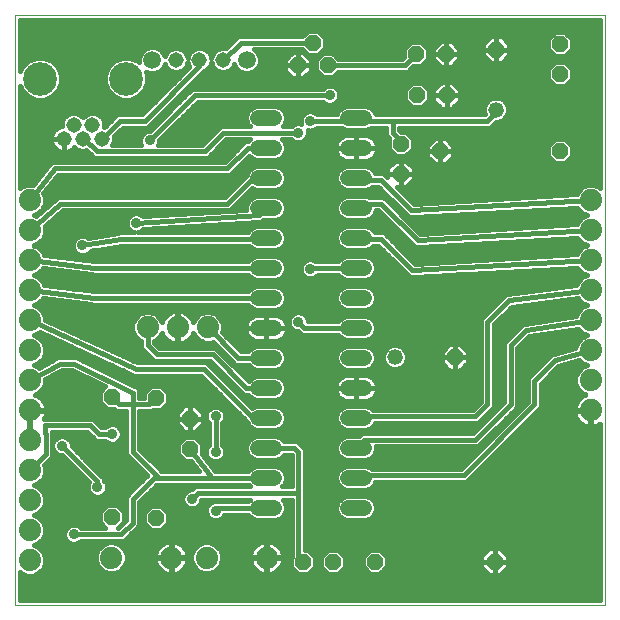
<source format=gbl>
G75*
%MOIN*%
%OFA0B0*%
%FSLAX25Y25*%
%IPPOS*%
%LPD*%
%AMOC8*
5,1,8,0,0,1.08239X$1,22.5*
%
%ADD10C,0.00000*%
%ADD11OC8,0.05200*%
%ADD12C,0.05200*%
%ADD13C,0.05150*%
%ADD14C,0.11220*%
%ADD15C,0.05200*%
%ADD16C,0.05937*%
%ADD17C,0.07400*%
%ADD18C,0.01600*%
%ADD19C,0.03562*%
D10*
X0008500Y0001800D02*
X0008500Y0198650D01*
X0205350Y0198650D01*
X0205350Y0001800D01*
X0008500Y0001800D01*
D11*
X0040783Y0031209D03*
X0055547Y0031013D03*
X0066886Y0054024D03*
X0066886Y0064024D03*
X0055547Y0071013D03*
X0040783Y0071209D03*
X0104602Y0016170D03*
X0114602Y0016170D03*
X0128461Y0016367D03*
X0168461Y0016367D03*
X0155154Y0084438D03*
X0137122Y0145619D03*
X0137122Y0155619D03*
X0150272Y0153178D03*
X0152476Y0171761D03*
X0142476Y0171761D03*
X0142280Y0185540D03*
X0152280Y0185540D03*
X0168972Y0187036D03*
X0190193Y0188729D03*
X0190193Y0178729D03*
X0190272Y0153178D03*
X0112831Y0181800D03*
X0107831Y0189300D03*
X0102831Y0181800D03*
D12*
X0168972Y0167036D03*
X0135154Y0084438D03*
D13*
X0077949Y0183493D03*
X0070075Y0183493D03*
X0062201Y0183493D03*
X0037555Y0157272D03*
X0034406Y0161997D03*
X0031256Y0157272D03*
X0028106Y0161997D03*
X0024957Y0157272D03*
D14*
X0016886Y0177351D03*
X0045626Y0177351D03*
D15*
X0089719Y0164241D02*
X0094919Y0164241D01*
X0094919Y0154241D02*
X0089719Y0154241D01*
X0089719Y0144241D02*
X0094919Y0144241D01*
X0094919Y0134241D02*
X0089719Y0134241D01*
X0089719Y0124241D02*
X0094919Y0124241D01*
X0094919Y0114241D02*
X0089719Y0114241D01*
X0089719Y0104241D02*
X0094919Y0104241D01*
X0094919Y0094241D02*
X0089719Y0094241D01*
X0089719Y0084241D02*
X0094919Y0084241D01*
X0094919Y0074241D02*
X0089719Y0074241D01*
X0089719Y0064241D02*
X0094919Y0064241D01*
X0094919Y0054241D02*
X0089719Y0054241D01*
X0089719Y0044241D02*
X0094919Y0044241D01*
X0094919Y0034241D02*
X0089719Y0034241D01*
X0119719Y0034241D02*
X0124919Y0034241D01*
X0124919Y0044241D02*
X0119719Y0044241D01*
X0119719Y0054241D02*
X0124919Y0054241D01*
X0124919Y0064241D02*
X0119719Y0064241D01*
X0119719Y0074241D02*
X0124919Y0074241D01*
X0124919Y0084241D02*
X0119719Y0084241D01*
X0119719Y0094241D02*
X0124919Y0094241D01*
X0124919Y0104241D02*
X0119719Y0104241D01*
X0119719Y0114241D02*
X0124919Y0114241D01*
X0124919Y0124241D02*
X0119719Y0124241D01*
X0119719Y0134241D02*
X0124919Y0134241D01*
X0124919Y0144241D02*
X0119719Y0144241D01*
X0119719Y0154241D02*
X0124919Y0154241D01*
X0124919Y0164241D02*
X0119719Y0164241D01*
D16*
X0085823Y0183493D03*
X0054327Y0183493D03*
D17*
X0013500Y0136800D03*
X0013500Y0126800D03*
X0013500Y0116800D03*
X0013500Y0106800D03*
X0013500Y0096800D03*
X0013500Y0086800D03*
X0013500Y0076800D03*
X0013500Y0066800D03*
X0013500Y0056800D03*
X0013500Y0046800D03*
X0013500Y0036800D03*
X0013500Y0026800D03*
X0013500Y0016800D03*
X0040665Y0017627D03*
X0060665Y0017627D03*
X0072437Y0017627D03*
X0092437Y0017627D03*
X0072752Y0094438D03*
X0062752Y0094438D03*
X0052752Y0094438D03*
X0200500Y0096800D03*
X0200500Y0106800D03*
X0200500Y0116800D03*
X0200500Y0126800D03*
X0200500Y0136800D03*
X0200500Y0086800D03*
X0200500Y0076800D03*
X0200500Y0066800D03*
D18*
X0200700Y0066600D02*
X0200700Y0061300D01*
X0200933Y0061300D01*
X0201788Y0061435D01*
X0202611Y0061703D01*
X0203383Y0062096D01*
X0203550Y0062218D01*
X0203550Y0003600D01*
X0010300Y0003600D01*
X0010300Y0012788D01*
X0010611Y0012476D01*
X0012486Y0011700D01*
X0014514Y0011700D01*
X0016389Y0012476D01*
X0017824Y0013911D01*
X0018600Y0015786D01*
X0018600Y0017814D01*
X0017824Y0019689D01*
X0016389Y0021124D01*
X0014756Y0021800D01*
X0016389Y0022476D01*
X0017824Y0023911D01*
X0018600Y0025786D01*
X0018600Y0027814D01*
X0017824Y0029689D01*
X0016389Y0031124D01*
X0014756Y0031800D01*
X0016389Y0032476D01*
X0017824Y0033911D01*
X0018600Y0035786D01*
X0018600Y0037814D01*
X0017824Y0039689D01*
X0016389Y0041124D01*
X0014756Y0041800D01*
X0016389Y0042476D01*
X0017824Y0043911D01*
X0018600Y0045786D01*
X0018600Y0047814D01*
X0018315Y0048503D01*
X0019711Y0049900D01*
X0021000Y0051189D01*
X0021000Y0059600D01*
X0032589Y0059600D01*
X0034213Y0057975D01*
X0035502Y0056687D01*
X0038682Y0056687D01*
X0039178Y0056190D01*
X0040348Y0055706D01*
X0041613Y0055706D01*
X0042782Y0056190D01*
X0043677Y0057085D01*
X0044161Y0058254D01*
X0044161Y0059519D01*
X0043677Y0060689D01*
X0042782Y0061583D01*
X0041613Y0062068D01*
X0040348Y0062068D01*
X0039178Y0061583D01*
X0038682Y0061087D01*
X0037325Y0061087D01*
X0034411Y0064000D01*
X0018246Y0064000D01*
X0018597Y0064689D01*
X0018865Y0065512D01*
X0019000Y0066367D01*
X0019000Y0066600D01*
X0013700Y0066600D01*
X0013700Y0067000D01*
X0019000Y0067000D01*
X0019000Y0067233D01*
X0018865Y0068088D01*
X0018597Y0068911D01*
X0018204Y0069683D01*
X0017695Y0070383D01*
X0017083Y0070995D01*
X0016383Y0071504D01*
X0015611Y0071897D01*
X0015263Y0072010D01*
X0016389Y0072476D01*
X0017824Y0073911D01*
X0018600Y0075786D01*
X0018600Y0077089D01*
X0024182Y0080151D01*
X0027673Y0080151D01*
X0038662Y0074745D01*
X0036783Y0072866D01*
X0036783Y0069553D01*
X0039127Y0067209D01*
X0041672Y0067209D01*
X0042352Y0066529D01*
X0045670Y0066529D01*
X0045670Y0052070D01*
X0052633Y0045107D01*
X0045670Y0038144D01*
X0045670Y0030270D01*
X0043022Y0027622D01*
X0042853Y0027622D01*
X0044783Y0029553D01*
X0044783Y0032866D01*
X0042440Y0035209D01*
X0039127Y0035209D01*
X0036783Y0032866D01*
X0036783Y0029553D01*
X0038714Y0027622D01*
X0030484Y0027622D01*
X0029987Y0028119D01*
X0028818Y0028603D01*
X0027552Y0028603D01*
X0026383Y0028119D01*
X0025488Y0027224D01*
X0025004Y0026055D01*
X0025004Y0024789D01*
X0025488Y0023620D01*
X0026383Y0022725D01*
X0027552Y0022241D01*
X0028818Y0022241D01*
X0029987Y0022725D01*
X0030484Y0023222D01*
X0044844Y0023222D01*
X0046133Y0024511D01*
X0048781Y0027159D01*
X0050070Y0028448D01*
X0050070Y0036322D01*
X0055789Y0042041D01*
X0074009Y0042041D01*
X0074752Y0041932D01*
X0074898Y0042041D01*
X0086301Y0042041D01*
X0086328Y0041975D01*
X0086901Y0041402D01*
X0068612Y0041402D01*
X0067625Y0040414D01*
X0066922Y0040414D01*
X0065753Y0039930D01*
X0064858Y0039035D01*
X0064374Y0037866D01*
X0064374Y0036600D01*
X0064858Y0035431D01*
X0065753Y0034536D01*
X0066922Y0034052D01*
X0068188Y0034052D01*
X0069357Y0034536D01*
X0070252Y0035431D01*
X0070736Y0036600D01*
X0070736Y0037002D01*
X0086823Y0037002D01*
X0086328Y0036507D01*
X0086301Y0036441D01*
X0076149Y0036441D01*
X0076062Y0036477D01*
X0074796Y0036477D01*
X0073627Y0035993D01*
X0072732Y0035098D01*
X0072248Y0033929D01*
X0072248Y0032663D01*
X0072732Y0031494D01*
X0073627Y0030599D01*
X0074796Y0030115D01*
X0076062Y0030115D01*
X0077231Y0030599D01*
X0078126Y0031494D01*
X0078352Y0032041D01*
X0086301Y0032041D01*
X0086328Y0031975D01*
X0087453Y0030850D01*
X0088923Y0030241D01*
X0095715Y0030241D01*
X0097185Y0030850D01*
X0098310Y0031975D01*
X0098919Y0033445D01*
X0098919Y0035037D01*
X0098310Y0036507D01*
X0097815Y0037002D01*
X0100788Y0037002D01*
X0100788Y0018013D01*
X0100602Y0017827D01*
X0100602Y0014513D01*
X0102946Y0012170D01*
X0106259Y0012170D01*
X0108602Y0014513D01*
X0108602Y0017827D01*
X0106259Y0020170D01*
X0105188Y0020170D01*
X0105188Y0053892D01*
X0103928Y0055152D01*
X0102640Y0056441D01*
X0098337Y0056441D01*
X0098310Y0056507D01*
X0097185Y0057632D01*
X0095715Y0058241D01*
X0088923Y0058241D01*
X0087453Y0057632D01*
X0086328Y0056507D01*
X0085719Y0055037D01*
X0085719Y0053445D01*
X0086328Y0051975D01*
X0087453Y0050850D01*
X0088923Y0050241D01*
X0095715Y0050241D01*
X0097185Y0050850D01*
X0098310Y0051975D01*
X0098337Y0052041D01*
X0100788Y0052041D01*
X0100788Y0041402D01*
X0097736Y0041402D01*
X0098310Y0041975D01*
X0098919Y0043445D01*
X0098919Y0045037D01*
X0098310Y0046507D01*
X0097185Y0047632D01*
X0095715Y0048241D01*
X0088923Y0048241D01*
X0087453Y0047632D01*
X0086328Y0046507D01*
X0086301Y0046441D01*
X0075274Y0046441D01*
X0070872Y0052354D01*
X0070886Y0052368D01*
X0070886Y0055681D01*
X0068543Y0058024D01*
X0065229Y0058024D01*
X0062886Y0055681D01*
X0062886Y0052368D01*
X0065229Y0050024D01*
X0067121Y0050024D01*
X0069789Y0046441D01*
X0057522Y0046441D01*
X0050070Y0053892D01*
X0050070Y0066529D01*
X0054175Y0066529D01*
X0054659Y0067013D01*
X0057204Y0067013D01*
X0059547Y0069356D01*
X0059547Y0072669D01*
X0057204Y0075013D01*
X0053890Y0075013D01*
X0051547Y0072669D01*
X0051547Y0070929D01*
X0050070Y0070929D01*
X0050070Y0072154D01*
X0050246Y0072513D01*
X0050070Y0073030D01*
X0050070Y0073577D01*
X0049788Y0073860D01*
X0049659Y0074238D01*
X0049168Y0074479D01*
X0048781Y0074866D01*
X0048382Y0074866D01*
X0029483Y0084164D01*
X0029096Y0084551D01*
X0028697Y0084551D01*
X0028339Y0084727D01*
X0027821Y0084551D01*
X0023932Y0084551D01*
X0023359Y0084718D01*
X0023054Y0084551D01*
X0022707Y0084551D01*
X0022285Y0084129D01*
X0016537Y0080976D01*
X0016389Y0081124D01*
X0014756Y0081800D01*
X0016389Y0082476D01*
X0017824Y0083911D01*
X0018600Y0085786D01*
X0018600Y0087814D01*
X0017824Y0089689D01*
X0016389Y0091124D01*
X0014756Y0091800D01*
X0016389Y0092476D01*
X0016779Y0092866D01*
X0047498Y0078707D01*
X0047864Y0078340D01*
X0048293Y0078340D01*
X0048682Y0078161D01*
X0049169Y0078340D01*
X0070581Y0078340D01*
X0085591Y0063330D01*
X0085891Y0063030D01*
X0086328Y0061975D01*
X0087453Y0060850D01*
X0088923Y0060241D01*
X0095715Y0060241D01*
X0097185Y0060850D01*
X0098310Y0061975D01*
X0098919Y0063445D01*
X0098919Y0065037D01*
X0098310Y0066507D01*
X0097185Y0067632D01*
X0095715Y0068241D01*
X0088923Y0068241D01*
X0087494Y0067649D01*
X0072403Y0082740D01*
X0049258Y0082740D01*
X0018600Y0096872D01*
X0018600Y0097814D01*
X0017824Y0099689D01*
X0016389Y0101124D01*
X0014756Y0101800D01*
X0016389Y0102476D01*
X0017824Y0103911D01*
X0017887Y0104064D01*
X0034058Y0102146D01*
X0034164Y0102041D01*
X0034945Y0102041D01*
X0035721Y0101949D01*
X0035837Y0102041D01*
X0086301Y0102041D01*
X0086328Y0101975D01*
X0087453Y0100850D01*
X0088923Y0100241D01*
X0095715Y0100241D01*
X0097185Y0100850D01*
X0098310Y0101975D01*
X0098919Y0103445D01*
X0098919Y0105037D01*
X0098310Y0106507D01*
X0097185Y0107632D01*
X0095715Y0108241D01*
X0088923Y0108241D01*
X0087453Y0107632D01*
X0086328Y0106507D01*
X0086301Y0106441D01*
X0035205Y0106441D01*
X0018340Y0108441D01*
X0017824Y0109689D01*
X0016389Y0111124D01*
X0014756Y0111800D01*
X0016389Y0112476D01*
X0017824Y0113911D01*
X0017887Y0114064D01*
X0034058Y0112146D01*
X0034164Y0112041D01*
X0034945Y0112041D01*
X0035721Y0111949D01*
X0035837Y0112041D01*
X0086301Y0112041D01*
X0086328Y0111975D01*
X0087453Y0110850D01*
X0088923Y0110241D01*
X0095715Y0110241D01*
X0097185Y0110850D01*
X0098310Y0111975D01*
X0098919Y0113445D01*
X0098919Y0115037D01*
X0098310Y0116507D01*
X0097185Y0117632D01*
X0095715Y0118241D01*
X0088923Y0118241D01*
X0087453Y0117632D01*
X0086328Y0116507D01*
X0086301Y0116441D01*
X0035205Y0116441D01*
X0018340Y0118441D01*
X0017824Y0119689D01*
X0016389Y0121124D01*
X0014756Y0121800D01*
X0016389Y0122476D01*
X0017824Y0123911D01*
X0018600Y0125786D01*
X0018600Y0127814D01*
X0018444Y0128192D01*
X0024482Y0133458D01*
X0080277Y0133458D01*
X0087606Y0140787D01*
X0088923Y0140241D01*
X0095715Y0140241D01*
X0097185Y0140850D01*
X0098310Y0141975D01*
X0098919Y0143445D01*
X0098919Y0145037D01*
X0098310Y0146507D01*
X0097185Y0147632D01*
X0095715Y0148241D01*
X0088923Y0148241D01*
X0087453Y0147632D01*
X0086328Y0146507D01*
X0085780Y0145183D01*
X0085749Y0145152D01*
X0078455Y0137858D01*
X0023733Y0137858D01*
X0022898Y0137915D01*
X0022833Y0137858D01*
X0022746Y0137858D01*
X0022155Y0137267D01*
X0015522Y0131483D01*
X0014756Y0131800D01*
X0016389Y0132476D01*
X0017824Y0133911D01*
X0018600Y0135786D01*
X0018600Y0137814D01*
X0018076Y0139079D01*
X0022919Y0145269D01*
X0080277Y0145269D01*
X0086656Y0151647D01*
X0087453Y0150850D01*
X0088923Y0150241D01*
X0095715Y0150241D01*
X0097185Y0150850D01*
X0098310Y0151975D01*
X0098919Y0153445D01*
X0098919Y0155037D01*
X0098310Y0156507D01*
X0097736Y0157080D01*
X0100689Y0157080D01*
X0101186Y0156584D01*
X0102355Y0156099D01*
X0103621Y0156099D01*
X0104790Y0156584D01*
X0105685Y0157478D01*
X0106169Y0158648D01*
X0106169Y0159913D01*
X0106082Y0160123D01*
X0106292Y0160036D01*
X0107558Y0160036D01*
X0108727Y0160521D01*
X0109224Y0161017D01*
X0117286Y0161017D01*
X0117453Y0160850D01*
X0118923Y0160241D01*
X0125715Y0160241D01*
X0127185Y0160850D01*
X0127352Y0161017D01*
X0132284Y0161017D01*
X0132284Y0158369D01*
X0133250Y0157403D01*
X0133122Y0157276D01*
X0133122Y0153962D01*
X0135465Y0151619D01*
X0138779Y0151619D01*
X0141122Y0153962D01*
X0141122Y0157276D01*
X0138779Y0159619D01*
X0137257Y0159619D01*
X0136684Y0160192D01*
X0136684Y0161017D01*
X0166892Y0161017D01*
X0168910Y0163036D01*
X0169768Y0163036D01*
X0171238Y0163645D01*
X0172363Y0164770D01*
X0172972Y0166241D01*
X0172972Y0167832D01*
X0172363Y0169302D01*
X0171238Y0170427D01*
X0169768Y0171036D01*
X0168177Y0171036D01*
X0166707Y0170427D01*
X0165581Y0169302D01*
X0164972Y0167832D01*
X0164972Y0166241D01*
X0165242Y0165590D01*
X0165069Y0165417D01*
X0128761Y0165417D01*
X0128310Y0166507D01*
X0127185Y0167632D01*
X0125715Y0168241D01*
X0118923Y0168241D01*
X0117453Y0167632D01*
X0116328Y0166507D01*
X0115877Y0165417D01*
X0109224Y0165417D01*
X0108727Y0165914D01*
X0107558Y0166398D01*
X0106292Y0166398D01*
X0105123Y0165914D01*
X0104228Y0165019D01*
X0103744Y0163850D01*
X0103744Y0162585D01*
X0103831Y0162374D01*
X0103621Y0162461D01*
X0102355Y0162461D01*
X0101186Y0161977D01*
X0100689Y0161480D01*
X0097815Y0161480D01*
X0098310Y0161975D01*
X0098919Y0163445D01*
X0098919Y0165037D01*
X0098310Y0166507D01*
X0097185Y0167632D01*
X0095715Y0168241D01*
X0088923Y0168241D01*
X0087453Y0167632D01*
X0086328Y0166507D01*
X0085719Y0165037D01*
X0085719Y0163445D01*
X0086328Y0161975D01*
X0086823Y0161480D01*
X0077111Y0161480D01*
X0070928Y0155298D01*
X0056321Y0155298D01*
X0056681Y0156167D01*
X0056681Y0156870D01*
X0069411Y0169600D01*
X0111201Y0169600D01*
X0111698Y0169103D01*
X0112867Y0168619D01*
X0114133Y0168619D01*
X0115302Y0169103D01*
X0116197Y0169998D01*
X0116681Y0171167D01*
X0116681Y0172433D01*
X0116197Y0173602D01*
X0115302Y0174497D01*
X0114133Y0174981D01*
X0112867Y0174981D01*
X0111698Y0174497D01*
X0111201Y0174000D01*
X0067589Y0174000D01*
X0066300Y0172711D01*
X0053570Y0159981D01*
X0052867Y0159981D01*
X0051698Y0159497D01*
X0050803Y0158602D01*
X0050319Y0157433D01*
X0050319Y0156167D01*
X0050679Y0155298D01*
X0041039Y0155298D01*
X0041530Y0156482D01*
X0041530Y0158063D01*
X0041509Y0158115D01*
X0044411Y0161017D01*
X0052718Y0161017D01*
X0070986Y0179285D01*
X0071469Y0179768D01*
X0072326Y0180123D01*
X0073444Y0181241D01*
X0074012Y0182611D01*
X0074579Y0181241D01*
X0075697Y0180123D01*
X0077158Y0179518D01*
X0078739Y0179518D01*
X0080200Y0180123D01*
X0081318Y0181241D01*
X0081673Y0182097D01*
X0082119Y0181018D01*
X0083348Y0179789D01*
X0084954Y0179124D01*
X0086692Y0179124D01*
X0088297Y0179789D01*
X0089526Y0181018D01*
X0090191Y0182624D01*
X0090191Y0184362D01*
X0089526Y0185967D01*
X0088394Y0187100D01*
X0104374Y0187100D01*
X0106174Y0185300D01*
X0109488Y0185300D01*
X0111831Y0187643D01*
X0111831Y0190957D01*
X0109488Y0193300D01*
X0106174Y0193300D01*
X0104374Y0191500D01*
X0082845Y0191500D01*
X0081556Y0190211D01*
X0078791Y0187446D01*
X0078739Y0187468D01*
X0077158Y0187468D01*
X0075697Y0186863D01*
X0074579Y0185744D01*
X0074012Y0184375D01*
X0073444Y0185744D01*
X0072326Y0186863D01*
X0070865Y0187468D01*
X0069284Y0187468D01*
X0067823Y0186863D01*
X0066705Y0185744D01*
X0066138Y0184375D01*
X0065570Y0185744D01*
X0064452Y0186863D01*
X0062991Y0187468D01*
X0061410Y0187468D01*
X0059949Y0186863D01*
X0058831Y0185744D01*
X0058477Y0184889D01*
X0058030Y0185967D01*
X0056801Y0187196D01*
X0055196Y0187861D01*
X0053458Y0187861D01*
X0051852Y0187196D01*
X0050623Y0185967D01*
X0049958Y0184362D01*
X0049958Y0182933D01*
X0049597Y0183294D01*
X0047020Y0184361D01*
X0044232Y0184361D01*
X0041655Y0183294D01*
X0039683Y0181322D01*
X0038616Y0178746D01*
X0038616Y0175957D01*
X0039683Y0173380D01*
X0041655Y0171408D01*
X0044232Y0170341D01*
X0047020Y0170341D01*
X0049597Y0171408D01*
X0051569Y0173380D01*
X0052636Y0175957D01*
X0052636Y0178746D01*
X0052277Y0179614D01*
X0053458Y0179124D01*
X0055196Y0179124D01*
X0056801Y0179789D01*
X0058030Y0181018D01*
X0058477Y0182097D01*
X0058831Y0181241D01*
X0059949Y0180123D01*
X0061410Y0179518D01*
X0062991Y0179518D01*
X0064452Y0180123D01*
X0065570Y0181241D01*
X0066138Y0182611D01*
X0066705Y0181241D01*
X0066713Y0181234D01*
X0050896Y0165417D01*
X0042589Y0165417D01*
X0041300Y0164129D01*
X0038397Y0161226D01*
X0038380Y0161233D01*
X0038380Y0162787D01*
X0037775Y0164248D01*
X0036657Y0165367D01*
X0035196Y0165972D01*
X0033615Y0165972D01*
X0032154Y0165367D01*
X0031256Y0164468D01*
X0030358Y0165367D01*
X0028897Y0165972D01*
X0027316Y0165972D01*
X0025855Y0165367D01*
X0024737Y0164248D01*
X0024131Y0162787D01*
X0024131Y0161571D01*
X0023932Y0161540D01*
X0023277Y0161327D01*
X0022664Y0161014D01*
X0022107Y0160609D01*
X0021620Y0160122D01*
X0021215Y0159565D01*
X0020902Y0158952D01*
X0020690Y0158297D01*
X0020582Y0157617D01*
X0020582Y0157272D01*
X0020582Y0156928D01*
X0020690Y0156248D01*
X0020902Y0155593D01*
X0021215Y0154980D01*
X0021620Y0154422D01*
X0022107Y0153936D01*
X0022664Y0153531D01*
X0023277Y0153218D01*
X0023932Y0153005D01*
X0024612Y0152898D01*
X0024957Y0152898D01*
X0025301Y0152898D01*
X0025981Y0153005D01*
X0026636Y0153218D01*
X0027250Y0153531D01*
X0027807Y0153936D01*
X0028294Y0154422D01*
X0028374Y0154533D01*
X0029004Y0153903D01*
X0030465Y0153298D01*
X0032047Y0153298D01*
X0032377Y0153435D01*
X0033626Y0152186D01*
X0034915Y0150898D01*
X0072751Y0150898D01*
X0078934Y0157080D01*
X0086901Y0157080D01*
X0086328Y0156507D01*
X0086301Y0156441D01*
X0085227Y0156441D01*
X0083938Y0155152D01*
X0078455Y0149669D01*
X0022605Y0149669D01*
X0022484Y0149764D01*
X0021713Y0149669D01*
X0020935Y0149669D01*
X0020827Y0149561D01*
X0020675Y0149543D01*
X0020196Y0148930D01*
X0019646Y0148381D01*
X0019646Y0148228D01*
X0014652Y0141843D01*
X0014514Y0141900D01*
X0012486Y0141900D01*
X0010611Y0141124D01*
X0010300Y0140812D01*
X0010300Y0174932D01*
X0010943Y0173380D01*
X0012915Y0171408D01*
X0015491Y0170341D01*
X0018280Y0170341D01*
X0020857Y0171408D01*
X0022829Y0173380D01*
X0023896Y0175957D01*
X0023896Y0178746D01*
X0022829Y0181322D01*
X0020857Y0183294D01*
X0018280Y0184361D01*
X0015491Y0184361D01*
X0012915Y0183294D01*
X0010943Y0181322D01*
X0010300Y0179770D01*
X0010300Y0196850D01*
X0203550Y0196850D01*
X0203550Y0140962D01*
X0203389Y0141124D01*
X0201514Y0141900D01*
X0199486Y0141900D01*
X0197611Y0141124D01*
X0196176Y0139689D01*
X0195783Y0138740D01*
X0141486Y0135705D01*
X0135972Y0141219D01*
X0137122Y0141219D01*
X0137122Y0145619D01*
X0137122Y0150019D01*
X0135300Y0150019D01*
X0132722Y0147441D01*
X0132722Y0145619D01*
X0137122Y0145619D01*
X0137122Y0145619D01*
X0137122Y0145619D01*
X0137122Y0150019D01*
X0138945Y0150019D01*
X0141522Y0147441D01*
X0141522Y0145619D01*
X0137122Y0145619D01*
X0137122Y0145619D01*
X0132722Y0145619D01*
X0132722Y0144469D01*
X0131459Y0145732D01*
X0128631Y0145732D01*
X0128310Y0146507D01*
X0127185Y0147632D01*
X0125715Y0148241D01*
X0118923Y0148241D01*
X0117453Y0147632D01*
X0116328Y0146507D01*
X0115719Y0145037D01*
X0115719Y0143445D01*
X0116328Y0141975D01*
X0117453Y0140850D01*
X0118923Y0140241D01*
X0125715Y0140241D01*
X0127185Y0140850D01*
X0127667Y0141332D01*
X0129636Y0141332D01*
X0138476Y0132492D01*
X0138480Y0132421D01*
X0139114Y0131855D01*
X0139715Y0131254D01*
X0139786Y0131254D01*
X0139839Y0131206D01*
X0140687Y0131254D01*
X0141537Y0131254D01*
X0141588Y0131304D01*
X0195997Y0134345D01*
X0196176Y0133911D01*
X0197611Y0132476D01*
X0199244Y0131800D01*
X0197611Y0131124D01*
X0196176Y0129689D01*
X0195779Y0128730D01*
X0143610Y0125707D01*
X0131459Y0137858D01*
X0126638Y0137858D01*
X0125715Y0138241D01*
X0118923Y0138241D01*
X0117453Y0137632D01*
X0116328Y0136507D01*
X0115719Y0135037D01*
X0115719Y0133445D01*
X0116328Y0131975D01*
X0117453Y0130850D01*
X0118923Y0130241D01*
X0125715Y0130241D01*
X0127185Y0130850D01*
X0128310Y0131975D01*
X0128919Y0133445D01*
X0128919Y0133458D01*
X0129636Y0133458D01*
X0140604Y0122490D01*
X0140608Y0122417D01*
X0141241Y0121853D01*
X0141841Y0121254D01*
X0141914Y0121254D01*
X0141969Y0121205D01*
X0142816Y0121254D01*
X0143663Y0121254D01*
X0143715Y0121306D01*
X0196001Y0124336D01*
X0196176Y0123911D01*
X0197611Y0122476D01*
X0199244Y0121800D01*
X0197611Y0121124D01*
X0196176Y0119689D01*
X0195783Y0118738D01*
X0141800Y0115705D01*
X0131459Y0126047D01*
X0128500Y0126047D01*
X0128310Y0126507D01*
X0127185Y0127632D01*
X0125715Y0128241D01*
X0118923Y0128241D01*
X0117453Y0127632D01*
X0116328Y0126507D01*
X0115719Y0125037D01*
X0115719Y0123445D01*
X0116328Y0121975D01*
X0117453Y0120850D01*
X0118923Y0120241D01*
X0125715Y0120241D01*
X0127185Y0120850D01*
X0127982Y0121647D01*
X0129636Y0121647D01*
X0138792Y0112492D01*
X0138796Y0112420D01*
X0139429Y0111854D01*
X0140030Y0111254D01*
X0140101Y0111254D01*
X0140155Y0111206D01*
X0141003Y0111254D01*
X0141852Y0111254D01*
X0141903Y0111304D01*
X0195997Y0114344D01*
X0196176Y0113911D01*
X0197611Y0112476D01*
X0199244Y0111800D01*
X0197611Y0111124D01*
X0196176Y0109689D01*
X0195652Y0108423D01*
X0173012Y0105654D01*
X0172234Y0105654D01*
X0172126Y0105545D01*
X0171974Y0105527D01*
X0171495Y0104914D01*
X0163780Y0097199D01*
X0163780Y0069640D01*
X0161132Y0066992D01*
X0127825Y0066992D01*
X0127185Y0067632D01*
X0125715Y0068241D01*
X0118923Y0068241D01*
X0117453Y0067632D01*
X0116328Y0066507D01*
X0115719Y0065037D01*
X0115719Y0063445D01*
X0116328Y0061975D01*
X0117453Y0060850D01*
X0118923Y0060241D01*
X0125715Y0060241D01*
X0127185Y0060850D01*
X0128310Y0061975D01*
X0128565Y0062592D01*
X0162955Y0062592D01*
X0166892Y0066529D01*
X0168180Y0067818D01*
X0168180Y0095377D01*
X0174165Y0101362D01*
X0196120Y0104048D01*
X0196176Y0103911D01*
X0197611Y0102476D01*
X0199244Y0101800D01*
X0197611Y0101124D01*
X0196176Y0099689D01*
X0195587Y0098265D01*
X0178724Y0095654D01*
X0177982Y0095654D01*
X0177846Y0095518D01*
X0177656Y0095488D01*
X0177218Y0094889D01*
X0171654Y0089325D01*
X0171654Y0069640D01*
X0161132Y0059118D01*
X0124085Y0059118D01*
X0123208Y0058241D01*
X0118923Y0058241D01*
X0117453Y0057632D01*
X0116328Y0056507D01*
X0115719Y0055037D01*
X0115719Y0053445D01*
X0116328Y0051975D01*
X0117453Y0050850D01*
X0118923Y0050241D01*
X0125715Y0050241D01*
X0127185Y0050850D01*
X0128310Y0051975D01*
X0128919Y0053445D01*
X0128919Y0054718D01*
X0162955Y0054718D01*
X0174766Y0066529D01*
X0176054Y0067818D01*
X0176054Y0087503D01*
X0179941Y0091390D01*
X0196182Y0093905D01*
X0197611Y0092476D01*
X0199244Y0091800D01*
X0197611Y0091124D01*
X0196176Y0089689D01*
X0195400Y0087814D01*
X0195400Y0087653D01*
X0188276Y0085654D01*
X0187667Y0085654D01*
X0187430Y0085416D01*
X0187107Y0085325D01*
X0186809Y0084795D01*
X0179528Y0077514D01*
X0179528Y0069640D01*
X0157195Y0047307D01*
X0127510Y0047307D01*
X0127185Y0047632D01*
X0125715Y0048241D01*
X0118923Y0048241D01*
X0117453Y0047632D01*
X0116328Y0046507D01*
X0115719Y0045037D01*
X0115719Y0043445D01*
X0116328Y0041975D01*
X0117453Y0040850D01*
X0118923Y0040241D01*
X0125715Y0040241D01*
X0127185Y0040850D01*
X0128310Y0041975D01*
X0128696Y0042907D01*
X0159018Y0042907D01*
X0182640Y0066529D01*
X0183928Y0067818D01*
X0183928Y0075692D01*
X0189727Y0081491D01*
X0196653Y0083435D01*
X0197611Y0082476D01*
X0199244Y0081800D01*
X0197611Y0081124D01*
X0196176Y0079689D01*
X0195400Y0077814D01*
X0195400Y0075786D01*
X0196176Y0073911D01*
X0197611Y0072476D01*
X0198737Y0072010D01*
X0198389Y0071897D01*
X0197617Y0071504D01*
X0196917Y0070995D01*
X0196305Y0070383D01*
X0195796Y0069683D01*
X0195403Y0068911D01*
X0195135Y0068088D01*
X0195000Y0067233D01*
X0195000Y0067000D01*
X0200300Y0067000D01*
X0200300Y0066600D01*
X0200700Y0066600D01*
X0200300Y0066600D02*
X0200300Y0061300D01*
X0200067Y0061300D01*
X0199212Y0061435D01*
X0198389Y0061703D01*
X0197617Y0062096D01*
X0196917Y0062605D01*
X0196305Y0063217D01*
X0195796Y0063917D01*
X0195403Y0064689D01*
X0195135Y0065512D01*
X0195000Y0066367D01*
X0195000Y0066600D01*
X0200300Y0066600D01*
X0200300Y0065740D02*
X0200700Y0065740D01*
X0200700Y0064142D02*
X0200300Y0064142D01*
X0200300Y0062543D02*
X0200700Y0062543D01*
X0197002Y0062543D02*
X0178654Y0062543D01*
X0177055Y0060945D02*
X0203550Y0060945D01*
X0203550Y0059346D02*
X0175457Y0059346D01*
X0173858Y0057748D02*
X0203550Y0057748D01*
X0203550Y0056149D02*
X0172260Y0056149D01*
X0170661Y0054551D02*
X0203550Y0054551D01*
X0203550Y0052952D02*
X0169063Y0052952D01*
X0167464Y0051354D02*
X0203550Y0051354D01*
X0203550Y0049755D02*
X0165866Y0049755D01*
X0164267Y0048157D02*
X0203550Y0048157D01*
X0203550Y0046558D02*
X0162669Y0046558D01*
X0161070Y0044960D02*
X0203550Y0044960D01*
X0203550Y0043361D02*
X0159472Y0043361D01*
X0158106Y0045107D02*
X0181728Y0068729D01*
X0181728Y0076603D01*
X0188579Y0083454D01*
X0200500Y0086800D01*
X0196763Y0083324D02*
X0196258Y0083324D01*
X0196615Y0080127D02*
X0188364Y0080127D01*
X0186765Y0078529D02*
X0195696Y0078529D01*
X0195400Y0076930D02*
X0185166Y0076930D01*
X0183928Y0075332D02*
X0195588Y0075332D01*
X0196354Y0073733D02*
X0183928Y0073733D01*
X0183928Y0072134D02*
X0198437Y0072134D01*
X0196458Y0070536D02*
X0183928Y0070536D01*
X0183928Y0068937D02*
X0195416Y0068937D01*
X0195017Y0067339D02*
X0183449Y0067339D01*
X0181851Y0065740D02*
X0195099Y0065740D01*
X0195682Y0064142D02*
X0180252Y0064142D01*
X0177227Y0067339D02*
X0175575Y0067339D01*
X0175628Y0065740D02*
X0173977Y0065740D01*
X0174030Y0064142D02*
X0172378Y0064142D01*
X0172431Y0062543D02*
X0170780Y0062543D01*
X0170833Y0060945D02*
X0169181Y0060945D01*
X0169234Y0059346D02*
X0167583Y0059346D01*
X0167636Y0057748D02*
X0165984Y0057748D01*
X0166037Y0056149D02*
X0164386Y0056149D01*
X0164439Y0054551D02*
X0128919Y0054551D01*
X0128715Y0052952D02*
X0162840Y0052952D01*
X0161242Y0051354D02*
X0127689Y0051354D01*
X0125918Y0048157D02*
X0158045Y0048157D01*
X0159643Y0049755D02*
X0105188Y0049755D01*
X0105188Y0048157D02*
X0118720Y0048157D01*
X0116379Y0046558D02*
X0105188Y0046558D01*
X0105188Y0044960D02*
X0115719Y0044960D01*
X0115754Y0043361D02*
X0105188Y0043361D01*
X0105188Y0041763D02*
X0116540Y0041763D01*
X0117453Y0037632D02*
X0116328Y0036507D01*
X0115719Y0035037D01*
X0115719Y0033445D01*
X0116328Y0031975D01*
X0117453Y0030850D01*
X0118923Y0030241D01*
X0125715Y0030241D01*
X0127185Y0030850D01*
X0128310Y0031975D01*
X0128919Y0033445D01*
X0128919Y0035037D01*
X0128310Y0036507D01*
X0127185Y0037632D01*
X0125715Y0038241D01*
X0118923Y0038241D01*
X0117453Y0037632D01*
X0116788Y0036967D02*
X0105188Y0036967D01*
X0105188Y0035369D02*
X0115856Y0035369D01*
X0115719Y0033770D02*
X0105188Y0033770D01*
X0105188Y0032172D02*
X0116246Y0032172D01*
X0118121Y0030573D02*
X0105188Y0030573D01*
X0105188Y0028975D02*
X0203550Y0028975D01*
X0203550Y0030573D02*
X0126517Y0030573D01*
X0128391Y0032172D02*
X0203550Y0032172D01*
X0203550Y0033770D02*
X0128919Y0033770D01*
X0128781Y0035369D02*
X0203550Y0035369D01*
X0203550Y0036967D02*
X0127849Y0036967D01*
X0128098Y0041763D02*
X0203550Y0041763D01*
X0203550Y0040164D02*
X0105188Y0040164D01*
X0105188Y0038566D02*
X0203550Y0038566D01*
X0203550Y0027376D02*
X0105188Y0027376D01*
X0105188Y0025778D02*
X0203550Y0025778D01*
X0203550Y0024179D02*
X0105188Y0024179D01*
X0105188Y0022581D02*
X0203550Y0022581D01*
X0203550Y0020982D02*
X0105188Y0020982D01*
X0107046Y0019384D02*
X0112159Y0019384D01*
X0112946Y0020170D02*
X0110602Y0017827D01*
X0110602Y0014513D01*
X0112946Y0012170D01*
X0116259Y0012170D01*
X0118602Y0014513D01*
X0118602Y0017827D01*
X0116259Y0020170D01*
X0112946Y0020170D01*
X0110602Y0017785D02*
X0108602Y0017785D01*
X0108602Y0016187D02*
X0110602Y0016187D01*
X0110602Y0014588D02*
X0108602Y0014588D01*
X0107079Y0012990D02*
X0112126Y0012990D01*
X0117079Y0012990D02*
X0126181Y0012990D01*
X0126804Y0012367D02*
X0130117Y0012367D01*
X0132461Y0014710D01*
X0132461Y0018024D01*
X0130117Y0020367D01*
X0126804Y0020367D01*
X0124461Y0018024D01*
X0124461Y0014710D01*
X0126804Y0012367D01*
X0124583Y0014588D02*
X0118602Y0014588D01*
X0118602Y0016187D02*
X0124461Y0016187D01*
X0124461Y0017785D02*
X0118602Y0017785D01*
X0117046Y0019384D02*
X0125820Y0019384D01*
X0131101Y0019384D02*
X0165255Y0019384D01*
X0164061Y0018189D02*
X0166638Y0020767D01*
X0168461Y0020767D01*
X0170283Y0020767D01*
X0172861Y0018189D01*
X0172861Y0016367D01*
X0168461Y0016367D01*
X0168461Y0016367D01*
X0172861Y0016367D01*
X0172861Y0014544D01*
X0170283Y0011967D01*
X0168461Y0011967D01*
X0168461Y0016367D01*
X0168461Y0016367D01*
X0168461Y0020767D01*
X0168461Y0016367D01*
X0168461Y0016367D01*
X0168461Y0011967D01*
X0166638Y0011967D01*
X0164061Y0014544D01*
X0164061Y0016367D01*
X0168460Y0016367D01*
X0168460Y0016367D01*
X0164061Y0016367D01*
X0164061Y0018189D01*
X0164061Y0017785D02*
X0132461Y0017785D01*
X0132461Y0016187D02*
X0164061Y0016187D01*
X0164061Y0014588D02*
X0132339Y0014588D01*
X0130740Y0012990D02*
X0165615Y0012990D01*
X0168461Y0012990D02*
X0168461Y0012990D01*
X0168461Y0014588D02*
X0168461Y0014588D01*
X0168461Y0016187D02*
X0168461Y0016187D01*
X0168461Y0017785D02*
X0168461Y0017785D01*
X0168461Y0019384D02*
X0168461Y0019384D01*
X0171666Y0019384D02*
X0203550Y0019384D01*
X0203550Y0017785D02*
X0172861Y0017785D01*
X0172861Y0016187D02*
X0203550Y0016187D01*
X0203550Y0014588D02*
X0172861Y0014588D01*
X0171306Y0012990D02*
X0203550Y0012990D01*
X0203550Y0011391D02*
X0010300Y0011391D01*
X0010300Y0009793D02*
X0203550Y0009793D01*
X0203550Y0008194D02*
X0010300Y0008194D01*
X0010300Y0006596D02*
X0203550Y0006596D01*
X0203550Y0004997D02*
X0010300Y0004997D01*
X0016902Y0012990D02*
X0038534Y0012990D01*
X0037776Y0013303D02*
X0039651Y0012527D01*
X0041680Y0012527D01*
X0043554Y0013303D01*
X0044989Y0014738D01*
X0045765Y0016612D01*
X0045765Y0018641D01*
X0044989Y0020516D01*
X0043554Y0021950D01*
X0041680Y0022727D01*
X0039651Y0022727D01*
X0037776Y0021950D01*
X0036342Y0020516D01*
X0035565Y0018641D01*
X0035565Y0016612D01*
X0036342Y0014738D01*
X0037776Y0013303D01*
X0036492Y0014588D02*
X0018104Y0014588D01*
X0018600Y0016187D02*
X0035742Y0016187D01*
X0035565Y0017785D02*
X0018600Y0017785D01*
X0017950Y0019384D02*
X0035873Y0019384D01*
X0036808Y0020982D02*
X0016530Y0020982D01*
X0016493Y0022581D02*
X0026732Y0022581D01*
X0025257Y0024179D02*
X0017935Y0024179D01*
X0018597Y0025778D02*
X0025004Y0025778D01*
X0025640Y0027376D02*
X0018600Y0027376D01*
X0018119Y0028975D02*
X0037361Y0028975D01*
X0036783Y0030573D02*
X0016939Y0030573D01*
X0015653Y0032172D02*
X0036783Y0032172D01*
X0037687Y0033770D02*
X0017683Y0033770D01*
X0018427Y0035369D02*
X0045670Y0035369D01*
X0045670Y0036967D02*
X0018600Y0036967D01*
X0018289Y0038566D02*
X0034165Y0038566D01*
X0034257Y0038473D02*
X0035426Y0037989D01*
X0036692Y0037989D01*
X0037861Y0038473D01*
X0038756Y0039368D01*
X0039240Y0040537D01*
X0039240Y0041803D01*
X0038756Y0042972D01*
X0038259Y0043469D01*
X0038259Y0044050D01*
X0036970Y0045339D01*
X0027429Y0054880D01*
X0027429Y0055582D01*
X0026945Y0056752D01*
X0026050Y0057646D01*
X0024881Y0058131D01*
X0023615Y0058131D01*
X0022446Y0057646D01*
X0021551Y0056752D01*
X0021067Y0055582D01*
X0021067Y0054317D01*
X0021551Y0053148D01*
X0022446Y0052253D01*
X0023615Y0051769D01*
X0024318Y0051769D01*
X0033290Y0042797D01*
X0032878Y0041803D01*
X0032878Y0040537D01*
X0033362Y0039368D01*
X0034257Y0038473D01*
X0033032Y0040164D02*
X0017348Y0040164D01*
X0014846Y0041763D02*
X0032878Y0041763D01*
X0032725Y0043361D02*
X0017274Y0043361D01*
X0018258Y0044960D02*
X0031127Y0044960D01*
X0029528Y0046558D02*
X0018600Y0046558D01*
X0018458Y0048157D02*
X0027930Y0048157D01*
X0026331Y0049755D02*
X0019567Y0049755D01*
X0021000Y0051354D02*
X0024733Y0051354D01*
X0021747Y0052952D02*
X0021000Y0052952D01*
X0021000Y0054551D02*
X0021067Y0054551D01*
X0021000Y0056149D02*
X0021302Y0056149D01*
X0021000Y0057748D02*
X0022691Y0057748D01*
X0021000Y0059346D02*
X0032842Y0059346D01*
X0034441Y0057748D02*
X0025805Y0057748D01*
X0027194Y0056149D02*
X0039276Y0056149D01*
X0040980Y0058887D02*
X0036413Y0058887D01*
X0033500Y0061800D01*
X0018500Y0061800D01*
X0018500Y0059295D01*
X0018800Y0058995D01*
X0018800Y0052100D01*
X0013500Y0046800D01*
X0013300Y0057000D02*
X0013300Y0061300D01*
X0013300Y0066600D01*
X0013700Y0066600D01*
X0013700Y0057000D01*
X0013300Y0057000D01*
X0013300Y0057748D02*
X0013700Y0057748D01*
X0013700Y0059346D02*
X0013300Y0059346D01*
X0013300Y0060945D02*
X0013700Y0060945D01*
X0013700Y0062543D02*
X0013300Y0062543D01*
X0013300Y0064142D02*
X0013700Y0064142D01*
X0013700Y0065740D02*
X0013300Y0065740D01*
X0018318Y0064142D02*
X0045670Y0064142D01*
X0045670Y0065740D02*
X0018901Y0065740D01*
X0018983Y0067339D02*
X0038997Y0067339D01*
X0037399Y0068937D02*
X0018584Y0068937D01*
X0017542Y0070536D02*
X0036783Y0070536D01*
X0036783Y0072134D02*
X0015563Y0072134D01*
X0017645Y0073733D02*
X0037650Y0073733D01*
X0037469Y0075332D02*
X0018412Y0075332D01*
X0018600Y0076930D02*
X0034220Y0076930D01*
X0030971Y0078529D02*
X0021224Y0078529D01*
X0024138Y0080127D02*
X0027722Y0080127D01*
X0028185Y0082351D02*
X0047870Y0072666D01*
X0047870Y0068729D01*
X0053264Y0068729D01*
X0055547Y0071013D01*
X0058484Y0073733D02*
X0075188Y0073733D01*
X0076787Y0072134D02*
X0059547Y0072134D01*
X0059547Y0070536D02*
X0078385Y0070536D01*
X0079984Y0068937D02*
X0059129Y0068937D01*
X0057530Y0067339D02*
X0063978Y0067339D01*
X0065063Y0068424D02*
X0062486Y0065847D01*
X0062486Y0064024D01*
X0062486Y0062202D01*
X0065063Y0059624D01*
X0066886Y0059624D01*
X0068708Y0059624D01*
X0071286Y0062202D01*
X0071286Y0064024D01*
X0066886Y0064024D01*
X0066886Y0059624D01*
X0066886Y0064024D01*
X0066886Y0064024D01*
X0066886Y0064024D01*
X0062486Y0064024D01*
X0066886Y0064024D01*
X0066886Y0064024D01*
X0071286Y0064024D01*
X0071286Y0065847D01*
X0068708Y0068424D01*
X0066886Y0068424D01*
X0066886Y0064025D01*
X0066886Y0064025D01*
X0066886Y0068424D01*
X0065063Y0068424D01*
X0066886Y0067339D02*
X0066886Y0067339D01*
X0066886Y0065740D02*
X0066886Y0065740D01*
X0066886Y0064142D02*
X0066886Y0064142D01*
X0066886Y0062543D02*
X0066886Y0062543D01*
X0066886Y0060945D02*
X0066886Y0060945D01*
X0063743Y0060945D02*
X0050070Y0060945D01*
X0050070Y0062543D02*
X0062486Y0062543D01*
X0062486Y0064142D02*
X0050070Y0064142D01*
X0050070Y0065740D02*
X0062486Y0065740D01*
X0069794Y0067339D02*
X0073477Y0067339D01*
X0073627Y0067489D02*
X0072732Y0066594D01*
X0072248Y0065425D01*
X0072248Y0064159D01*
X0072732Y0062990D01*
X0073229Y0062493D01*
X0073229Y0055280D01*
X0072732Y0054783D01*
X0072248Y0053614D01*
X0072248Y0052348D01*
X0072732Y0051179D01*
X0073627Y0050284D01*
X0074796Y0049800D01*
X0076062Y0049800D01*
X0077231Y0050284D01*
X0078126Y0051179D01*
X0078610Y0052348D01*
X0078610Y0053614D01*
X0078126Y0054783D01*
X0077629Y0055280D01*
X0077629Y0062493D01*
X0078126Y0062990D01*
X0078610Y0064159D01*
X0078610Y0065425D01*
X0078126Y0066594D01*
X0077231Y0067489D01*
X0076062Y0067973D01*
X0074796Y0067973D01*
X0073627Y0067489D01*
X0072379Y0065740D02*
X0071286Y0065740D01*
X0071286Y0064142D02*
X0072255Y0064142D01*
X0073179Y0062543D02*
X0071286Y0062543D01*
X0070029Y0060945D02*
X0073229Y0060945D01*
X0073229Y0059346D02*
X0050070Y0059346D01*
X0050070Y0057748D02*
X0064952Y0057748D01*
X0063354Y0056149D02*
X0050070Y0056149D01*
X0050070Y0054551D02*
X0062886Y0054551D01*
X0062886Y0052952D02*
X0051010Y0052952D01*
X0052609Y0051354D02*
X0063900Y0051354D01*
X0067321Y0049755D02*
X0054207Y0049755D01*
X0055806Y0048157D02*
X0068511Y0048157D01*
X0069701Y0046558D02*
X0057404Y0046558D01*
X0056610Y0044241D02*
X0054878Y0044241D01*
X0047870Y0037233D01*
X0047870Y0029359D01*
X0043933Y0025422D01*
X0028185Y0025422D01*
X0029638Y0022581D02*
X0039298Y0022581D01*
X0042033Y0022581D02*
X0058273Y0022581D01*
X0058554Y0022724D02*
X0057783Y0022331D01*
X0057082Y0021822D01*
X0056470Y0021210D01*
X0055961Y0020509D01*
X0055568Y0019738D01*
X0055301Y0018915D01*
X0055165Y0018060D01*
X0055165Y0017827D01*
X0060465Y0017827D01*
X0060465Y0017427D01*
X0055165Y0017427D01*
X0055165Y0017194D01*
X0055301Y0016339D01*
X0055568Y0015516D01*
X0055961Y0014744D01*
X0056470Y0014044D01*
X0057082Y0013432D01*
X0057783Y0012923D01*
X0058554Y0012530D01*
X0059377Y0012262D01*
X0060232Y0012127D01*
X0060465Y0012127D01*
X0060465Y0017427D01*
X0060865Y0017427D01*
X0060865Y0012127D01*
X0061098Y0012127D01*
X0061953Y0012262D01*
X0062777Y0012530D01*
X0063548Y0012923D01*
X0064248Y0013432D01*
X0064861Y0014044D01*
X0065369Y0014744D01*
X0065762Y0015516D01*
X0066030Y0016339D01*
X0066165Y0017194D01*
X0066165Y0017427D01*
X0060865Y0017427D01*
X0060865Y0017827D01*
X0060465Y0017827D01*
X0060465Y0023127D01*
X0060232Y0023127D01*
X0059377Y0022991D01*
X0058554Y0022724D01*
X0060465Y0022581D02*
X0060865Y0022581D01*
X0060865Y0023127D02*
X0060865Y0017827D01*
X0066165Y0017827D01*
X0066165Y0018060D01*
X0066030Y0018915D01*
X0065762Y0019738D01*
X0065369Y0020509D01*
X0064861Y0021210D01*
X0064248Y0021822D01*
X0063548Y0022331D01*
X0062777Y0022724D01*
X0061953Y0022991D01*
X0061098Y0023127D01*
X0060865Y0023127D01*
X0060865Y0020982D02*
X0060465Y0020982D01*
X0060465Y0019384D02*
X0060865Y0019384D01*
X0060865Y0017785D02*
X0067337Y0017785D01*
X0067337Y0018641D02*
X0067337Y0016612D01*
X0068113Y0014738D01*
X0069548Y0013303D01*
X0071423Y0012527D01*
X0073451Y0012527D01*
X0075326Y0013303D01*
X0076761Y0014738D01*
X0077537Y0016612D01*
X0077537Y0018641D01*
X0076761Y0020516D01*
X0075326Y0021950D01*
X0073451Y0022727D01*
X0071423Y0022727D01*
X0069548Y0021950D01*
X0068113Y0020516D01*
X0067337Y0018641D01*
X0067645Y0019384D02*
X0065878Y0019384D01*
X0065026Y0020982D02*
X0068580Y0020982D01*
X0071070Y0022581D02*
X0063058Y0022581D01*
X0060465Y0017785D02*
X0045765Y0017785D01*
X0045589Y0016187D02*
X0055350Y0016187D01*
X0056075Y0014588D02*
X0044839Y0014588D01*
X0042797Y0012990D02*
X0057691Y0012990D01*
X0060465Y0012990D02*
X0060865Y0012990D01*
X0060865Y0014588D02*
X0060465Y0014588D01*
X0060465Y0016187D02*
X0060865Y0016187D01*
X0063640Y0012990D02*
X0070305Y0012990D01*
X0068263Y0014588D02*
X0065256Y0014588D01*
X0065980Y0016187D02*
X0067513Y0016187D01*
X0073804Y0022581D02*
X0090045Y0022581D01*
X0090326Y0022724D02*
X0089554Y0022331D01*
X0088854Y0021822D01*
X0088242Y0021210D01*
X0087733Y0020509D01*
X0087340Y0019738D01*
X0087072Y0018915D01*
X0086937Y0018060D01*
X0086937Y0017827D01*
X0092237Y0017827D01*
X0092237Y0023127D01*
X0092004Y0023127D01*
X0091149Y0022991D01*
X0090326Y0022724D01*
X0092237Y0022581D02*
X0092637Y0022581D01*
X0092637Y0023127D02*
X0092637Y0017827D01*
X0092237Y0017827D01*
X0092237Y0017427D01*
X0086937Y0017427D01*
X0086937Y0017194D01*
X0087072Y0016339D01*
X0087340Y0015516D01*
X0087733Y0014744D01*
X0088242Y0014044D01*
X0088854Y0013432D01*
X0089554Y0012923D01*
X0090326Y0012530D01*
X0091149Y0012262D01*
X0092004Y0012127D01*
X0092237Y0012127D01*
X0092237Y0017427D01*
X0092637Y0017427D01*
X0092637Y0017827D01*
X0097937Y0017827D01*
X0097937Y0018060D01*
X0097802Y0018915D01*
X0097534Y0019738D01*
X0097141Y0020509D01*
X0096632Y0021210D01*
X0096020Y0021822D01*
X0095320Y0022331D01*
X0094548Y0022724D01*
X0093725Y0022991D01*
X0092870Y0023127D01*
X0092637Y0023127D01*
X0092637Y0020982D02*
X0092237Y0020982D01*
X0092237Y0019384D02*
X0092637Y0019384D01*
X0092637Y0017785D02*
X0100602Y0017785D01*
X0100602Y0016187D02*
X0097752Y0016187D01*
X0097802Y0016339D02*
X0097937Y0017194D01*
X0097937Y0017427D01*
X0092637Y0017427D01*
X0092637Y0012127D01*
X0092870Y0012127D01*
X0093725Y0012262D01*
X0094548Y0012530D01*
X0095320Y0012923D01*
X0096020Y0013432D01*
X0096632Y0014044D01*
X0097141Y0014744D01*
X0097534Y0015516D01*
X0097802Y0016339D01*
X0097028Y0014588D02*
X0100602Y0014588D01*
X0102126Y0012990D02*
X0095412Y0012990D01*
X0092637Y0012990D02*
X0092237Y0012990D01*
X0092237Y0014588D02*
X0092637Y0014588D01*
X0092637Y0016187D02*
X0092237Y0016187D01*
X0092237Y0017785D02*
X0077537Y0017785D01*
X0077361Y0016187D02*
X0087122Y0016187D01*
X0087846Y0014588D02*
X0076611Y0014588D01*
X0074569Y0012990D02*
X0089462Y0012990D01*
X0087225Y0019384D02*
X0077229Y0019384D01*
X0076294Y0020982D02*
X0088076Y0020982D01*
X0094829Y0022581D02*
X0100788Y0022581D01*
X0100788Y0024179D02*
X0045801Y0024179D01*
X0046133Y0024511D02*
X0046133Y0024511D01*
X0047400Y0025778D02*
X0100788Y0025778D01*
X0100788Y0027376D02*
X0057568Y0027376D01*
X0057204Y0027013D02*
X0059547Y0029356D01*
X0059547Y0032669D01*
X0057204Y0035013D01*
X0053890Y0035013D01*
X0051547Y0032669D01*
X0051547Y0029356D01*
X0053890Y0027013D01*
X0057204Y0027013D01*
X0059166Y0028975D02*
X0100788Y0028975D01*
X0100788Y0030573D02*
X0096517Y0030573D01*
X0098391Y0032172D02*
X0100788Y0032172D01*
X0100788Y0033770D02*
X0098919Y0033770D01*
X0098781Y0035369D02*
X0100788Y0035369D01*
X0100788Y0036967D02*
X0097849Y0036967D01*
X0098098Y0041763D02*
X0100788Y0041763D01*
X0100788Y0043361D02*
X0098884Y0043361D01*
X0098919Y0044960D02*
X0100788Y0044960D01*
X0100788Y0046558D02*
X0098258Y0046558D01*
X0095918Y0048157D02*
X0100788Y0048157D01*
X0100788Y0049755D02*
X0072807Y0049755D01*
X0072660Y0051354D02*
X0071617Y0051354D01*
X0072248Y0052952D02*
X0070886Y0052952D01*
X0070886Y0054551D02*
X0072636Y0054551D01*
X0073229Y0056149D02*
X0070418Y0056149D01*
X0068819Y0057748D02*
X0073229Y0057748D01*
X0077629Y0057748D02*
X0087733Y0057748D01*
X0086180Y0056149D02*
X0077629Y0056149D01*
X0078222Y0054551D02*
X0085719Y0054551D01*
X0085923Y0052952D02*
X0078610Y0052952D01*
X0078198Y0051354D02*
X0086949Y0051354D01*
X0088720Y0048157D02*
X0073997Y0048157D01*
X0075187Y0046558D02*
X0086379Y0046558D01*
X0086540Y0041763D02*
X0055511Y0041763D01*
X0053913Y0040164D02*
X0066319Y0040164D01*
X0064664Y0038566D02*
X0052314Y0038566D01*
X0050716Y0036967D02*
X0064374Y0036967D01*
X0064921Y0035369D02*
X0050070Y0035369D01*
X0050070Y0033770D02*
X0052648Y0033770D01*
X0051547Y0032172D02*
X0050070Y0032172D01*
X0050070Y0030573D02*
X0051547Y0030573D01*
X0051928Y0028975D02*
X0050070Y0028975D01*
X0048998Y0027376D02*
X0053527Y0027376D01*
X0059547Y0030573D02*
X0073690Y0030573D01*
X0072452Y0032172D02*
X0059547Y0032172D01*
X0058446Y0033770D02*
X0072248Y0033770D01*
X0073003Y0035369D02*
X0070190Y0035369D01*
X0070736Y0036967D02*
X0086788Y0036967D01*
X0092319Y0034241D02*
X0076374Y0034241D01*
X0075429Y0033296D01*
X0077168Y0030573D02*
X0088121Y0030573D01*
X0096798Y0020982D02*
X0100788Y0020982D01*
X0100788Y0019384D02*
X0097649Y0019384D01*
X0102988Y0017784D02*
X0102988Y0039202D01*
X0069524Y0039202D01*
X0067555Y0037233D01*
X0074169Y0044241D02*
X0066886Y0054024D01*
X0075429Y0052981D02*
X0075429Y0064792D01*
X0077679Y0062543D02*
X0086092Y0062543D01*
X0087358Y0060945D02*
X0077629Y0060945D01*
X0077629Y0059346D02*
X0161360Y0059346D01*
X0162959Y0060945D02*
X0127280Y0060945D01*
X0128545Y0062543D02*
X0164557Y0062543D01*
X0164504Y0064142D02*
X0166156Y0064142D01*
X0166103Y0065740D02*
X0167754Y0065740D01*
X0167701Y0067339D02*
X0169353Y0067339D01*
X0168180Y0068937D02*
X0170951Y0068937D01*
X0171654Y0070536D02*
X0168180Y0070536D01*
X0168180Y0072134D02*
X0171654Y0072134D01*
X0171654Y0073733D02*
X0168180Y0073733D01*
X0168180Y0075332D02*
X0171654Y0075332D01*
X0171654Y0076930D02*
X0168180Y0076930D01*
X0168180Y0078529D02*
X0171654Y0078529D01*
X0171654Y0080127D02*
X0168180Y0080127D01*
X0168180Y0081726D02*
X0171654Y0081726D01*
X0171654Y0083324D02*
X0168180Y0083324D01*
X0168180Y0084923D02*
X0171654Y0084923D01*
X0171654Y0086521D02*
X0168180Y0086521D01*
X0168180Y0088120D02*
X0171654Y0088120D01*
X0172047Y0089718D02*
X0168180Y0089718D01*
X0168180Y0091317D02*
X0173646Y0091317D01*
X0175244Y0092915D02*
X0168180Y0092915D01*
X0168180Y0094514D02*
X0176843Y0094514D01*
X0178894Y0093454D02*
X0200500Y0096800D01*
X0197172Y0092915D02*
X0189791Y0092915D01*
X0192006Y0097711D02*
X0170514Y0097711D01*
X0172113Y0099309D02*
X0196019Y0099309D01*
X0197395Y0100908D02*
X0173711Y0100908D01*
X0173146Y0103454D02*
X0200500Y0106800D01*
X0196986Y0110499D02*
X0126337Y0110499D01*
X0125715Y0110241D02*
X0127185Y0110850D01*
X0128310Y0111975D01*
X0128919Y0113445D01*
X0128919Y0115037D01*
X0128310Y0116507D01*
X0127185Y0117632D01*
X0125715Y0118241D01*
X0118923Y0118241D01*
X0117453Y0117632D01*
X0116328Y0116507D01*
X0116301Y0116441D01*
X0108988Y0116441D01*
X0108727Y0116702D01*
X0107558Y0117186D01*
X0106292Y0117186D01*
X0105123Y0116702D01*
X0104228Y0115807D01*
X0103744Y0114637D01*
X0103744Y0113372D01*
X0104228Y0112203D01*
X0105123Y0111308D01*
X0106292Y0110824D01*
X0107558Y0110824D01*
X0108727Y0111308D01*
X0109460Y0112041D01*
X0116301Y0112041D01*
X0116328Y0111975D01*
X0117453Y0110850D01*
X0118923Y0110241D01*
X0125715Y0110241D01*
X0125715Y0108241D02*
X0127185Y0107632D01*
X0128310Y0106507D01*
X0128919Y0105037D01*
X0128919Y0103445D01*
X0128310Y0101975D01*
X0127185Y0100850D01*
X0125715Y0100241D01*
X0118923Y0100241D01*
X0117453Y0100850D01*
X0116328Y0101975D01*
X0115719Y0103445D01*
X0115719Y0105037D01*
X0116328Y0106507D01*
X0117453Y0107632D01*
X0118923Y0108241D01*
X0125715Y0108241D01*
X0127515Y0107302D02*
X0186484Y0107302D01*
X0183519Y0102506D02*
X0197581Y0102506D01*
X0195850Y0108900D02*
X0018150Y0108900D01*
X0017014Y0110499D02*
X0088301Y0110499D01*
X0087123Y0107302D02*
X0027947Y0107302D01*
X0031022Y0102506D02*
X0016419Y0102506D01*
X0016605Y0100908D02*
X0087395Y0100908D01*
X0088030Y0098319D02*
X0087413Y0098004D01*
X0086852Y0097597D01*
X0086363Y0097107D01*
X0085956Y0096547D01*
X0085641Y0095930D01*
X0085427Y0095271D01*
X0085319Y0094587D01*
X0085319Y0094241D01*
X0092319Y0094241D01*
X0099319Y0094241D01*
X0099319Y0094587D01*
X0099211Y0095271D01*
X0098997Y0095930D01*
X0098682Y0096547D01*
X0098275Y0097107D01*
X0097785Y0097597D01*
X0097225Y0098004D01*
X0096608Y0098319D01*
X0095949Y0098533D01*
X0095265Y0098641D01*
X0092319Y0098641D01*
X0092319Y0094241D01*
X0092319Y0094241D01*
X0092319Y0094241D01*
X0099319Y0094241D01*
X0099319Y0093895D01*
X0099211Y0093211D01*
X0098997Y0092552D01*
X0098682Y0091935D01*
X0098275Y0091375D01*
X0097785Y0090885D01*
X0097225Y0090478D01*
X0096608Y0090163D01*
X0095949Y0089949D01*
X0095265Y0089841D01*
X0092319Y0089841D01*
X0092319Y0094241D01*
X0092319Y0094241D01*
X0092319Y0098641D01*
X0089373Y0098641D01*
X0088689Y0098533D01*
X0088030Y0098319D01*
X0087009Y0097711D02*
X0076692Y0097711D01*
X0077076Y0097327D02*
X0075641Y0098761D01*
X0073766Y0099538D01*
X0071738Y0099538D01*
X0069863Y0098761D01*
X0068428Y0097327D01*
X0067962Y0096201D01*
X0067849Y0096549D01*
X0067456Y0097320D01*
X0066947Y0098021D01*
X0066335Y0098633D01*
X0065635Y0099142D01*
X0064863Y0099535D01*
X0064040Y0099802D01*
X0063185Y0099938D01*
X0062952Y0099938D01*
X0062952Y0094638D01*
X0062552Y0094638D01*
X0062552Y0099938D01*
X0062319Y0099938D01*
X0061464Y0099802D01*
X0060641Y0099535D01*
X0059869Y0099142D01*
X0059169Y0098633D01*
X0058557Y0098021D01*
X0058048Y0097320D01*
X0057655Y0096549D01*
X0057542Y0096201D01*
X0057076Y0097327D01*
X0055641Y0098761D01*
X0053766Y0099538D01*
X0051737Y0099538D01*
X0049863Y0098761D01*
X0048428Y0097327D01*
X0047652Y0095452D01*
X0047652Y0093423D01*
X0048428Y0091549D01*
X0049863Y0090114D01*
X0050591Y0089813D01*
X0050591Y0087503D01*
X0053544Y0084550D01*
X0054833Y0083261D01*
X0073534Y0083261D01*
X0083465Y0073330D01*
X0084754Y0072041D01*
X0086301Y0072041D01*
X0086328Y0071975D01*
X0087453Y0070850D01*
X0088923Y0070241D01*
X0095715Y0070241D01*
X0097185Y0070850D01*
X0098310Y0071975D01*
X0098919Y0073445D01*
X0098919Y0075037D01*
X0098310Y0076507D01*
X0097185Y0077632D01*
X0095715Y0078241D01*
X0088923Y0078241D01*
X0087453Y0077632D01*
X0086419Y0076598D01*
X0075356Y0087661D01*
X0056655Y0087661D01*
X0054991Y0089325D01*
X0054991Y0089845D01*
X0055641Y0090114D01*
X0057076Y0091549D01*
X0057542Y0092675D01*
X0057655Y0092327D01*
X0058048Y0091555D01*
X0058557Y0090855D01*
X0059169Y0090243D01*
X0059869Y0089734D01*
X0060641Y0089341D01*
X0061464Y0089073D01*
X0062319Y0088938D01*
X0062552Y0088938D01*
X0062552Y0094238D01*
X0062952Y0094238D01*
X0062952Y0088938D01*
X0063185Y0088938D01*
X0064040Y0089073D01*
X0064863Y0089341D01*
X0065635Y0089734D01*
X0066335Y0090243D01*
X0066947Y0090855D01*
X0067456Y0091555D01*
X0067849Y0092327D01*
X0067962Y0092675D01*
X0068428Y0091549D01*
X0069863Y0090114D01*
X0071738Y0089338D01*
X0073766Y0089338D01*
X0074455Y0089623D01*
X0080749Y0083330D01*
X0082038Y0082041D01*
X0086301Y0082041D01*
X0086328Y0081975D01*
X0087453Y0080850D01*
X0088923Y0080241D01*
X0095715Y0080241D01*
X0097185Y0080850D01*
X0098310Y0081975D01*
X0098919Y0083445D01*
X0098919Y0085037D01*
X0098310Y0086507D01*
X0097185Y0087632D01*
X0095715Y0088241D01*
X0088923Y0088241D01*
X0087453Y0087632D01*
X0086328Y0086507D01*
X0086301Y0086441D01*
X0083860Y0086441D01*
X0077567Y0092734D01*
X0077852Y0093423D01*
X0077852Y0095452D01*
X0077076Y0097327D01*
X0077579Y0096112D02*
X0085734Y0096112D01*
X0085319Y0094514D02*
X0077852Y0094514D01*
X0077641Y0092915D02*
X0085523Y0092915D01*
X0085427Y0093211D02*
X0085641Y0092552D01*
X0085956Y0091935D01*
X0086363Y0091375D01*
X0086852Y0090885D01*
X0087413Y0090478D01*
X0088030Y0090163D01*
X0088689Y0089949D01*
X0089373Y0089841D01*
X0092319Y0089841D01*
X0092319Y0094241D01*
X0092319Y0094241D01*
X0085319Y0094241D01*
X0085319Y0093895D01*
X0085427Y0093211D01*
X0086421Y0091317D02*
X0078984Y0091317D01*
X0080583Y0089718D02*
X0163780Y0089718D01*
X0163780Y0088120D02*
X0157694Y0088120D01*
X0156976Y0088838D02*
X0155154Y0088838D01*
X0155154Y0084438D01*
X0159554Y0084438D01*
X0159554Y0086260D01*
X0156976Y0088838D01*
X0155153Y0088838D02*
X0153331Y0088838D01*
X0150754Y0086260D01*
X0150754Y0084438D01*
X0155153Y0084438D01*
X0155153Y0084438D01*
X0155153Y0088838D01*
X0155153Y0088120D02*
X0155154Y0088120D01*
X0155153Y0086521D02*
X0155154Y0086521D01*
X0155153Y0084923D02*
X0155154Y0084923D01*
X0155154Y0084438D02*
X0155153Y0084438D01*
X0150754Y0084438D01*
X0150754Y0082615D01*
X0153331Y0080038D01*
X0155153Y0080038D01*
X0155153Y0084438D01*
X0155154Y0084438D01*
X0155154Y0084438D01*
X0159554Y0084438D01*
X0159554Y0082615D01*
X0156976Y0080038D01*
X0155154Y0080038D01*
X0155154Y0084438D01*
X0155153Y0083324D02*
X0155154Y0083324D01*
X0155153Y0081726D02*
X0155154Y0081726D01*
X0155153Y0080127D02*
X0155154Y0080127D01*
X0157065Y0080127D02*
X0163780Y0080127D01*
X0163780Y0078529D02*
X0125962Y0078529D01*
X0125949Y0078533D02*
X0125265Y0078641D01*
X0122319Y0078641D01*
X0122319Y0074241D01*
X0129319Y0074241D01*
X0129319Y0074587D01*
X0129211Y0075271D01*
X0128997Y0075930D01*
X0128682Y0076547D01*
X0128275Y0077107D01*
X0127785Y0077597D01*
X0127225Y0078004D01*
X0126608Y0078319D01*
X0125949Y0078533D01*
X0125715Y0080241D02*
X0127185Y0080850D01*
X0128310Y0081975D01*
X0128919Y0083445D01*
X0128919Y0085037D01*
X0128310Y0086507D01*
X0127185Y0087632D01*
X0125715Y0088241D01*
X0118923Y0088241D01*
X0117453Y0087632D01*
X0116328Y0086507D01*
X0115719Y0085037D01*
X0115719Y0083445D01*
X0116328Y0081975D01*
X0117453Y0080850D01*
X0118923Y0080241D01*
X0125715Y0080241D01*
X0128060Y0081726D02*
X0132209Y0081726D01*
X0131763Y0082172D02*
X0132888Y0081047D01*
X0134358Y0080438D01*
X0135949Y0080438D01*
X0137419Y0081047D01*
X0138545Y0082172D01*
X0139154Y0083642D01*
X0139154Y0085233D01*
X0138545Y0086704D01*
X0137419Y0087829D01*
X0135949Y0088438D01*
X0134358Y0088438D01*
X0132888Y0087829D01*
X0131763Y0086704D01*
X0131154Y0085233D01*
X0131154Y0083642D01*
X0131763Y0082172D01*
X0131285Y0083324D02*
X0128869Y0083324D01*
X0128919Y0084923D02*
X0131154Y0084923D01*
X0131687Y0086521D02*
X0128296Y0086521D01*
X0126007Y0088120D02*
X0133590Y0088120D01*
X0136717Y0088120D02*
X0152613Y0088120D01*
X0151014Y0086521D02*
X0138620Y0086521D01*
X0139154Y0084923D02*
X0150754Y0084923D01*
X0150754Y0083324D02*
X0139022Y0083324D01*
X0138098Y0081726D02*
X0151643Y0081726D01*
X0153242Y0080127D02*
X0082891Y0080127D01*
X0084489Y0078529D02*
X0118676Y0078529D01*
X0118689Y0078533D02*
X0118030Y0078319D01*
X0117413Y0078004D01*
X0116852Y0077597D01*
X0116363Y0077107D01*
X0115956Y0076547D01*
X0115641Y0075930D01*
X0115427Y0075271D01*
X0115319Y0074587D01*
X0115319Y0074241D01*
X0122319Y0074241D01*
X0122319Y0074241D01*
X0122319Y0074241D01*
X0129319Y0074241D01*
X0129319Y0073895D01*
X0129211Y0073211D01*
X0128997Y0072552D01*
X0128682Y0071935D01*
X0128275Y0071375D01*
X0127785Y0070885D01*
X0127225Y0070478D01*
X0126608Y0070163D01*
X0125949Y0069949D01*
X0125265Y0069841D01*
X0122319Y0069841D01*
X0122319Y0074241D01*
X0122319Y0074241D01*
X0122319Y0078641D01*
X0119373Y0078641D01*
X0118689Y0078533D01*
X0122319Y0078529D02*
X0122319Y0078529D01*
X0122319Y0076930D02*
X0122319Y0076930D01*
X0122319Y0075332D02*
X0122319Y0075332D01*
X0122319Y0074241D02*
X0122319Y0074241D01*
X0122319Y0069841D01*
X0119373Y0069841D01*
X0118689Y0069949D01*
X0118030Y0070163D01*
X0117413Y0070478D01*
X0116852Y0070885D01*
X0116363Y0071375D01*
X0115956Y0071935D01*
X0115641Y0072552D01*
X0115427Y0073211D01*
X0115319Y0073895D01*
X0115319Y0074241D01*
X0122319Y0074241D01*
X0122319Y0073733D02*
X0122319Y0073733D01*
X0122319Y0072134D02*
X0122319Y0072134D01*
X0122319Y0070536D02*
X0122319Y0070536D01*
X0117333Y0070536D02*
X0096427Y0070536D01*
X0098376Y0072134D02*
X0115854Y0072134D01*
X0115344Y0073733D02*
X0098919Y0073733D01*
X0098797Y0075332D02*
X0115447Y0075332D01*
X0116234Y0076930D02*
X0097887Y0076930D01*
X0098060Y0081726D02*
X0116577Y0081726D01*
X0115769Y0083324D02*
X0098869Y0083324D01*
X0098919Y0084923D02*
X0115719Y0084923D01*
X0116342Y0086521D02*
X0098296Y0086521D01*
X0096007Y0088120D02*
X0118630Y0088120D01*
X0118923Y0090241D02*
X0117453Y0090850D01*
X0116328Y0091975D01*
X0116301Y0092041D01*
X0104124Y0092041D01*
X0103058Y0093107D01*
X0102355Y0093107D01*
X0101186Y0093591D01*
X0100291Y0094486D01*
X0099807Y0095655D01*
X0099807Y0096921D01*
X0100291Y0098090D01*
X0101186Y0098985D01*
X0102355Y0099469D01*
X0103621Y0099469D01*
X0104790Y0098985D01*
X0105685Y0098090D01*
X0106169Y0096921D01*
X0106169Y0096441D01*
X0116301Y0096441D01*
X0116328Y0096507D01*
X0117453Y0097632D01*
X0118923Y0098241D01*
X0125715Y0098241D01*
X0127185Y0097632D01*
X0128310Y0096507D01*
X0128919Y0095037D01*
X0128919Y0093445D01*
X0128310Y0091975D01*
X0127185Y0090850D01*
X0125715Y0090241D01*
X0118923Y0090241D01*
X0116986Y0091317D02*
X0098217Y0091317D01*
X0099115Y0092915D02*
X0103250Y0092915D01*
X0105035Y0094241D02*
X0102988Y0096288D01*
X0105035Y0094241D02*
X0122319Y0094241D01*
X0117643Y0097711D02*
X0105842Y0097711D01*
X0104007Y0099309D02*
X0165890Y0099309D01*
X0164292Y0097711D02*
X0126995Y0097711D01*
X0128473Y0096112D02*
X0163780Y0096112D01*
X0163780Y0094514D02*
X0128919Y0094514D01*
X0128699Y0092915D02*
X0163780Y0092915D01*
X0163780Y0091317D02*
X0127651Y0091317D01*
X0127243Y0100908D02*
X0167489Y0100908D01*
X0169087Y0102506D02*
X0128530Y0102506D01*
X0128919Y0104105D02*
X0170686Y0104105D01*
X0173146Y0103454D02*
X0165980Y0096288D01*
X0165980Y0068729D01*
X0162043Y0064792D01*
X0122870Y0064792D01*
X0122319Y0064241D01*
X0117358Y0060945D02*
X0097280Y0060945D01*
X0098545Y0062543D02*
X0116092Y0062543D01*
X0115719Y0064142D02*
X0098919Y0064142D01*
X0098627Y0065740D02*
X0116010Y0065740D01*
X0117160Y0067339D02*
X0097478Y0067339D01*
X0092319Y0064241D02*
X0087791Y0064241D01*
X0071492Y0080540D01*
X0048776Y0080540D01*
X0013500Y0096800D01*
X0017981Y0099309D02*
X0051186Y0099309D01*
X0048812Y0097711D02*
X0018600Y0097711D01*
X0020248Y0096112D02*
X0047925Y0096112D01*
X0047652Y0094514D02*
X0023716Y0094514D01*
X0027184Y0092915D02*
X0047862Y0092915D01*
X0048661Y0091317D02*
X0030652Y0091317D01*
X0034120Y0089718D02*
X0050591Y0089718D01*
X0050591Y0088120D02*
X0037588Y0088120D01*
X0041055Y0086521D02*
X0051573Y0086521D01*
X0052791Y0088414D02*
X0055744Y0085461D01*
X0074445Y0085461D01*
X0085665Y0074241D01*
X0092319Y0074241D01*
X0088211Y0070536D02*
X0084608Y0070536D01*
X0084661Y0072134D02*
X0083009Y0072134D01*
X0083062Y0073733D02*
X0081411Y0073733D01*
X0081463Y0075332D02*
X0079812Y0075332D01*
X0079865Y0076930D02*
X0078214Y0076930D01*
X0078266Y0078529D02*
X0076615Y0078529D01*
X0076668Y0080127D02*
X0075016Y0080127D01*
X0075069Y0081726D02*
X0073418Y0081726D01*
X0078095Y0084923D02*
X0079156Y0084923D01*
X0079693Y0083324D02*
X0080754Y0083324D01*
X0081292Y0081726D02*
X0086577Y0081726D01*
X0082949Y0084241D02*
X0092319Y0084241D01*
X0088630Y0088120D02*
X0082181Y0088120D01*
X0083780Y0086521D02*
X0086342Y0086521D01*
X0082949Y0084241D02*
X0072752Y0094438D01*
X0074318Y0099309D02*
X0101969Y0099309D01*
X0100134Y0097711D02*
X0097629Y0097711D01*
X0098904Y0096112D02*
X0099807Y0096112D01*
X0100280Y0094514D02*
X0099319Y0094514D01*
X0097243Y0100908D02*
X0117395Y0100908D01*
X0116108Y0102506D02*
X0098530Y0102506D01*
X0098919Y0104105D02*
X0115719Y0104105D01*
X0115995Y0105703D02*
X0098643Y0105703D01*
X0097515Y0107302D02*
X0117123Y0107302D01*
X0118301Y0110499D02*
X0096337Y0110499D01*
X0098361Y0112097D02*
X0104334Y0112097D01*
X0103744Y0113696D02*
X0098919Y0113696D01*
X0098812Y0115294D02*
X0104016Y0115294D01*
X0105585Y0116893D02*
X0097924Y0116893D01*
X0095715Y0120241D02*
X0097185Y0120850D01*
X0098310Y0121975D01*
X0098919Y0123445D01*
X0098919Y0125037D01*
X0098310Y0126507D01*
X0097185Y0127632D01*
X0095715Y0128241D01*
X0088923Y0128241D01*
X0087453Y0127632D01*
X0086328Y0126507D01*
X0086138Y0126047D01*
X0049583Y0126047D01*
X0050735Y0126524D01*
X0051377Y0127167D01*
X0089866Y0129521D01*
X0090710Y0129521D01*
X0090765Y0129576D01*
X0090843Y0129581D01*
X0091402Y0130213D01*
X0091430Y0130241D01*
X0095715Y0130241D01*
X0097185Y0130850D01*
X0098310Y0131975D01*
X0098919Y0133445D01*
X0098919Y0135037D01*
X0098310Y0136507D01*
X0097185Y0137632D01*
X0095715Y0138241D01*
X0088923Y0138241D01*
X0087453Y0137632D01*
X0086328Y0136507D01*
X0085719Y0135037D01*
X0085719Y0133676D01*
X0051095Y0131558D01*
X0050735Y0131918D01*
X0049566Y0132402D01*
X0048300Y0132402D01*
X0047131Y0131918D01*
X0046236Y0131023D01*
X0045752Y0129854D01*
X0045752Y0128588D01*
X0046236Y0127419D01*
X0047131Y0126524D01*
X0048283Y0126047D01*
X0044640Y0126047D01*
X0044474Y0126166D01*
X0043753Y0126047D01*
X0043022Y0126047D01*
X0042877Y0125903D01*
X0033006Y0124273D01*
X0032861Y0124418D01*
X0031692Y0124902D01*
X0030426Y0124902D01*
X0029257Y0124418D01*
X0028362Y0123523D01*
X0027878Y0122354D01*
X0027878Y0121088D01*
X0028362Y0119919D01*
X0029257Y0119024D01*
X0030426Y0118540D01*
X0031692Y0118540D01*
X0032861Y0119024D01*
X0033756Y0119919D01*
X0033764Y0119938D01*
X0044114Y0121647D01*
X0086656Y0121647D01*
X0087453Y0120850D01*
X0088923Y0120241D01*
X0095715Y0120241D01*
X0098023Y0121688D02*
X0116615Y0121688D01*
X0115785Y0123287D02*
X0098853Y0123287D01*
X0098919Y0124885D02*
X0115719Y0124885D01*
X0116318Y0126484D02*
X0098319Y0126484D01*
X0096097Y0128082D02*
X0118541Y0128082D01*
X0117024Y0131279D02*
X0097614Y0131279D01*
X0098684Y0132878D02*
X0115954Y0132878D01*
X0115719Y0134476D02*
X0098919Y0134476D01*
X0098489Y0136075D02*
X0116149Y0136075D01*
X0117553Y0137673D02*
X0097085Y0137673D01*
X0097205Y0140870D02*
X0117432Y0140870D01*
X0116123Y0142469D02*
X0098514Y0142469D01*
X0098919Y0144068D02*
X0115719Y0144068D01*
X0115980Y0145666D02*
X0098658Y0145666D01*
X0097552Y0147265D02*
X0117086Y0147265D01*
X0118030Y0150163D02*
X0118689Y0149949D01*
X0119373Y0149841D01*
X0122319Y0149841D01*
X0125265Y0149841D01*
X0125949Y0149949D01*
X0126608Y0150163D01*
X0127225Y0150478D01*
X0127785Y0150885D01*
X0128275Y0151375D01*
X0128682Y0151935D01*
X0128997Y0152552D01*
X0129211Y0153211D01*
X0129319Y0153895D01*
X0129319Y0154241D01*
X0129319Y0154587D01*
X0129211Y0155271D01*
X0128997Y0155930D01*
X0128682Y0156547D01*
X0128275Y0157107D01*
X0127785Y0157597D01*
X0127225Y0158004D01*
X0126608Y0158319D01*
X0125949Y0158533D01*
X0125265Y0158641D01*
X0122319Y0158641D01*
X0122319Y0154241D01*
X0129319Y0154241D01*
X0122319Y0154241D01*
X0122319Y0154241D01*
X0122319Y0154241D01*
X0122319Y0149841D01*
X0122319Y0154241D01*
X0122319Y0154241D01*
X0122319Y0158641D01*
X0119373Y0158641D01*
X0118689Y0158533D01*
X0118030Y0158319D01*
X0117413Y0158004D01*
X0116852Y0157597D01*
X0116363Y0157107D01*
X0115956Y0156547D01*
X0115641Y0155930D01*
X0115427Y0155271D01*
X0115319Y0154587D01*
X0115319Y0154241D01*
X0122319Y0154241D01*
X0122319Y0154241D01*
X0115319Y0154241D01*
X0115319Y0153895D01*
X0115427Y0153211D01*
X0115641Y0152552D01*
X0115956Y0151935D01*
X0116363Y0151375D01*
X0116852Y0150885D01*
X0117413Y0150478D01*
X0118030Y0150163D01*
X0117445Y0150462D02*
X0096247Y0150462D01*
X0098345Y0152060D02*
X0115892Y0152060D01*
X0115356Y0153659D02*
X0098919Y0153659D01*
X0098828Y0155257D02*
X0115425Y0155257D01*
X0116180Y0156856D02*
X0105062Y0156856D01*
X0106089Y0158454D02*
X0118447Y0158454D01*
X0122319Y0158454D02*
X0122319Y0158454D01*
X0122319Y0156856D02*
X0122319Y0156856D01*
X0122319Y0155257D02*
X0122319Y0155257D01*
X0122319Y0153659D02*
X0122319Y0153659D01*
X0122319Y0152060D02*
X0122319Y0152060D01*
X0122319Y0150462D02*
X0122319Y0150462D01*
X0127193Y0150462D02*
X0146766Y0150462D01*
X0145872Y0151355D02*
X0145872Y0153178D01*
X0150272Y0153178D01*
X0154672Y0153178D01*
X0154672Y0155000D01*
X0152094Y0157578D01*
X0150272Y0157578D01*
X0150272Y0153178D01*
X0150272Y0153178D01*
X0154672Y0153178D01*
X0154672Y0151355D01*
X0152094Y0148778D01*
X0150272Y0148778D01*
X0150272Y0153178D01*
X0150272Y0153178D01*
X0150272Y0153178D01*
X0150272Y0157578D01*
X0148449Y0157578D01*
X0145872Y0155000D01*
X0145872Y0153178D01*
X0150272Y0153178D01*
X0150272Y0148778D01*
X0148449Y0148778D01*
X0145872Y0151355D01*
X0145872Y0152060D02*
X0139220Y0152060D01*
X0140819Y0153659D02*
X0145872Y0153659D01*
X0146128Y0155257D02*
X0141122Y0155257D01*
X0141122Y0156856D02*
X0147727Y0156856D01*
X0150272Y0156856D02*
X0150272Y0156856D01*
X0150272Y0155257D02*
X0150272Y0155257D01*
X0150272Y0153659D02*
X0150272Y0153659D01*
X0150272Y0153178D02*
X0150272Y0153178D01*
X0150272Y0152060D02*
X0150272Y0152060D01*
X0150272Y0150462D02*
X0150272Y0150462D01*
X0150272Y0148863D02*
X0150272Y0148863D01*
X0152179Y0148863D02*
X0203550Y0148863D01*
X0203550Y0147265D02*
X0141522Y0147265D01*
X0141522Y0145666D02*
X0203550Y0145666D01*
X0203550Y0144068D02*
X0141522Y0144068D01*
X0141522Y0143796D02*
X0141522Y0145619D01*
X0137122Y0145619D01*
X0137122Y0145619D01*
X0137122Y0141219D01*
X0138945Y0141219D01*
X0141522Y0143796D01*
X0140195Y0142469D02*
X0203550Y0142469D01*
X0197358Y0140870D02*
X0136320Y0140870D01*
X0137122Y0142469D02*
X0137122Y0142469D01*
X0137122Y0144068D02*
X0137122Y0144068D01*
X0137122Y0145666D02*
X0137122Y0145666D01*
X0137122Y0147265D02*
X0137122Y0147265D01*
X0137122Y0148863D02*
X0137122Y0148863D01*
X0134144Y0148863D02*
X0083871Y0148863D01*
X0082273Y0147265D02*
X0087086Y0147265D01*
X0085980Y0145666D02*
X0080674Y0145666D01*
X0079366Y0147469D02*
X0086138Y0154241D01*
X0092319Y0154241D01*
X0088391Y0150462D02*
X0085470Y0150462D01*
X0082444Y0153659D02*
X0075512Y0153659D01*
X0077110Y0155257D02*
X0084043Y0155257D01*
X0086677Y0156856D02*
X0078709Y0156856D01*
X0078022Y0159280D02*
X0071840Y0153098D01*
X0035826Y0153098D01*
X0031651Y0157272D01*
X0031256Y0157272D01*
X0029594Y0153659D02*
X0027425Y0153659D01*
X0024957Y0153659D02*
X0024957Y0153659D01*
X0024957Y0152898D02*
X0024957Y0157272D01*
X0024957Y0157272D01*
X0024957Y0152898D01*
X0024957Y0155257D02*
X0024957Y0155257D01*
X0024957Y0156856D02*
X0024957Y0156856D01*
X0024957Y0157272D02*
X0020582Y0157272D01*
X0024957Y0157272D01*
X0024957Y0157272D01*
X0021569Y0160053D02*
X0010300Y0160053D01*
X0010300Y0161651D02*
X0024131Y0161651D01*
X0024323Y0163250D02*
X0010300Y0163250D01*
X0010300Y0164848D02*
X0025336Y0164848D01*
X0030876Y0164848D02*
X0031636Y0164848D01*
X0037175Y0164848D02*
X0042020Y0164848D01*
X0043500Y0163217D02*
X0051807Y0163217D01*
X0070075Y0181485D01*
X0070075Y0183493D01*
X0073036Y0180833D02*
X0074987Y0180833D01*
X0074086Y0182432D02*
X0073938Y0182432D01*
X0073492Y0185629D02*
X0074531Y0185629D01*
X0076578Y0187227D02*
X0071446Y0187227D01*
X0068704Y0187227D02*
X0063572Y0187227D01*
X0065618Y0185629D02*
X0066657Y0185629D01*
X0066212Y0182432D02*
X0066064Y0182432D01*
X0066312Y0180833D02*
X0065162Y0180833D01*
X0064713Y0179235D02*
X0055462Y0179235D01*
X0053191Y0179235D02*
X0052434Y0179235D01*
X0052636Y0177636D02*
X0063115Y0177636D01*
X0061516Y0176038D02*
X0052636Y0176038D01*
X0052008Y0174439D02*
X0059918Y0174439D01*
X0058319Y0172841D02*
X0051029Y0172841D01*
X0049196Y0171242D02*
X0056721Y0171242D01*
X0055122Y0169644D02*
X0010300Y0169644D01*
X0010300Y0171242D02*
X0013316Y0171242D01*
X0011482Y0172841D02*
X0010300Y0172841D01*
X0010300Y0174439D02*
X0010504Y0174439D01*
X0010300Y0168045D02*
X0053524Y0168045D01*
X0051925Y0166447D02*
X0010300Y0166447D01*
X0010300Y0158454D02*
X0020741Y0158454D01*
X0020593Y0156856D02*
X0010300Y0156856D01*
X0010300Y0155257D02*
X0021074Y0155257D01*
X0022488Y0153659D02*
X0010300Y0153659D01*
X0010300Y0152060D02*
X0033752Y0152060D01*
X0037555Y0157272D02*
X0043500Y0163217D01*
X0040421Y0163250D02*
X0038189Y0163250D01*
X0038380Y0161651D02*
X0038823Y0161651D01*
X0041848Y0158454D02*
X0050742Y0158454D01*
X0050319Y0156856D02*
X0041530Y0156856D01*
X0043447Y0160053D02*
X0053641Y0160053D01*
X0053352Y0161651D02*
X0055240Y0161651D01*
X0054951Y0163250D02*
X0056838Y0163250D01*
X0056549Y0164848D02*
X0058437Y0164848D01*
X0058148Y0166447D02*
X0060035Y0166447D01*
X0059746Y0168045D02*
X0061634Y0168045D01*
X0061345Y0169644D02*
X0063232Y0169644D01*
X0062943Y0171242D02*
X0064831Y0171242D01*
X0064542Y0172841D02*
X0066429Y0172841D01*
X0066140Y0174439D02*
X0111640Y0174439D01*
X0113500Y0171800D02*
X0068500Y0171800D01*
X0053500Y0156800D01*
X0056681Y0156856D02*
X0072486Y0156856D01*
X0074085Y0158454D02*
X0058265Y0158454D01*
X0059864Y0160053D02*
X0075683Y0160053D01*
X0078022Y0159280D02*
X0102988Y0159280D01*
X0100860Y0161651D02*
X0097986Y0161651D01*
X0098838Y0163250D02*
X0103744Y0163250D01*
X0104158Y0164848D02*
X0098919Y0164848D01*
X0098335Y0166447D02*
X0116303Y0166447D01*
X0118451Y0168045D02*
X0096187Y0168045D01*
X0088451Y0168045D02*
X0067856Y0168045D01*
X0066258Y0166447D02*
X0086303Y0166447D01*
X0085719Y0164848D02*
X0064659Y0164848D01*
X0063061Y0163250D02*
X0085800Y0163250D01*
X0086652Y0161651D02*
X0061462Y0161651D01*
X0073913Y0152060D02*
X0080846Y0152060D01*
X0079247Y0150462D02*
X0010300Y0150462D01*
X0010300Y0148863D02*
X0020129Y0148863D01*
X0018893Y0147265D02*
X0010300Y0147265D01*
X0010300Y0145666D02*
X0017643Y0145666D01*
X0016392Y0144068D02*
X0010300Y0144068D01*
X0010300Y0142469D02*
X0015142Y0142469D01*
X0018227Y0139272D02*
X0079869Y0139272D01*
X0081467Y0140870D02*
X0019477Y0140870D01*
X0020728Y0142469D02*
X0083066Y0142469D01*
X0084664Y0144068D02*
X0021978Y0144068D01*
X0021846Y0147469D02*
X0079366Y0147469D01*
X0087949Y0144241D02*
X0092319Y0144241D01*
X0087949Y0144241D02*
X0079366Y0135658D01*
X0023657Y0135658D01*
X0013500Y0126800D01*
X0018227Y0124885D02*
X0030385Y0124885D01*
X0031733Y0124885D02*
X0036717Y0124885D01*
X0034682Y0120090D02*
X0131193Y0120090D01*
X0132792Y0118491D02*
X0018320Y0118491D01*
X0017423Y0120090D02*
X0028292Y0120090D01*
X0027878Y0121688D02*
X0015025Y0121688D01*
X0017199Y0123287D02*
X0028264Y0123287D01*
X0031059Y0121721D02*
X0043933Y0123847D01*
X0091925Y0123847D01*
X0092319Y0124241D01*
X0088541Y0128082D02*
X0066346Y0128082D01*
X0072678Y0132878D02*
X0023817Y0132878D01*
X0021984Y0131279D02*
X0046492Y0131279D01*
X0045752Y0129681D02*
X0020151Y0129681D01*
X0018489Y0128082D02*
X0045962Y0128082D01*
X0047229Y0126484D02*
X0018600Y0126484D01*
X0017122Y0132878D02*
X0016790Y0132878D01*
X0018058Y0134476D02*
X0018955Y0134476D01*
X0018600Y0136075D02*
X0020788Y0136075D01*
X0022561Y0137673D02*
X0018600Y0137673D01*
X0013500Y0136800D02*
X0021846Y0147469D01*
X0010358Y0140870D02*
X0010300Y0140870D01*
X0013500Y0116800D02*
X0035075Y0114241D01*
X0092319Y0114241D01*
X0086714Y0116893D02*
X0031395Y0116893D01*
X0034107Y0112097D02*
X0015474Y0112097D01*
X0017608Y0113696D02*
X0020993Y0113696D01*
X0013500Y0106800D02*
X0035075Y0104241D01*
X0092319Y0104241D01*
X0092319Y0097711D02*
X0092319Y0097711D01*
X0092319Y0096112D02*
X0092319Y0096112D01*
X0092319Y0094514D02*
X0092319Y0094514D01*
X0092319Y0092915D02*
X0092319Y0092915D01*
X0092319Y0091317D02*
X0092319Y0091317D01*
X0086751Y0076930D02*
X0086088Y0076930D01*
X0086206Y0068937D02*
X0163077Y0068937D01*
X0163780Y0070536D02*
X0127305Y0070536D01*
X0128784Y0072134D02*
X0163780Y0072134D01*
X0163780Y0073733D02*
X0129293Y0073733D01*
X0129191Y0075332D02*
X0163780Y0075332D01*
X0163780Y0076930D02*
X0128404Y0076930D01*
X0127478Y0067339D02*
X0161479Y0067339D01*
X0162043Y0056918D02*
X0173854Y0068729D01*
X0173854Y0088414D01*
X0178894Y0093454D01*
X0179868Y0091317D02*
X0198077Y0091317D01*
X0196206Y0089718D02*
X0178270Y0089718D01*
X0176671Y0088120D02*
X0195526Y0088120D01*
X0191366Y0086521D02*
X0176054Y0086521D01*
X0176054Y0084923D02*
X0186881Y0084923D01*
X0185338Y0083324D02*
X0176054Y0083324D01*
X0176054Y0081726D02*
X0183740Y0081726D01*
X0182141Y0080127D02*
X0176054Y0080127D01*
X0176054Y0078529D02*
X0180542Y0078529D01*
X0179528Y0076930D02*
X0176054Y0076930D01*
X0176054Y0075332D02*
X0179528Y0075332D01*
X0179528Y0073733D02*
X0176054Y0073733D01*
X0176054Y0072134D02*
X0179528Y0072134D01*
X0179528Y0070536D02*
X0176054Y0070536D01*
X0176054Y0068937D02*
X0178825Y0068937D01*
X0190563Y0081726D02*
X0199064Y0081726D01*
X0181686Y0096112D02*
X0168916Y0096112D01*
X0163780Y0086521D02*
X0159293Y0086521D01*
X0159554Y0084923D02*
X0163780Y0084923D01*
X0163780Y0083324D02*
X0159554Y0083324D01*
X0158664Y0081726D02*
X0163780Y0081726D01*
X0173418Y0105703D02*
X0128643Y0105703D01*
X0128361Y0112097D02*
X0139157Y0112097D01*
X0137587Y0113696D02*
X0128919Y0113696D01*
X0128812Y0115294D02*
X0135989Y0115294D01*
X0134390Y0116893D02*
X0127924Y0116893D01*
X0122319Y0114241D02*
X0107161Y0114241D01*
X0106925Y0114005D01*
X0108265Y0116893D02*
X0116714Y0116893D01*
X0122713Y0123847D02*
X0122319Y0124241D01*
X0122713Y0123847D02*
X0130547Y0123847D01*
X0140941Y0113454D01*
X0200500Y0116800D01*
X0198526Y0112097D02*
X0156019Y0112097D01*
X0162936Y0116893D02*
X0140613Y0116893D01*
X0139014Y0118491D02*
X0191385Y0118491D01*
X0196577Y0120090D02*
X0137416Y0120090D01*
X0135817Y0121688D02*
X0141406Y0121688D01*
X0142752Y0123454D02*
X0200500Y0126800D01*
X0196801Y0123287D02*
X0177903Y0123287D01*
X0184602Y0128082D02*
X0141234Y0128082D01*
X0142833Y0126484D02*
X0157017Y0126484D01*
X0150319Y0121688D02*
X0198975Y0121688D01*
X0196392Y0113696D02*
X0184469Y0113696D01*
X0196173Y0129681D02*
X0139636Y0129681D01*
X0139689Y0131279D02*
X0138037Y0131279D01*
X0138090Y0132878D02*
X0136439Y0132878D01*
X0136492Y0134476D02*
X0134840Y0134476D01*
X0134893Y0136075D02*
X0133242Y0136075D01*
X0133295Y0137673D02*
X0131643Y0137673D01*
X0131696Y0139272D02*
X0086091Y0139272D01*
X0087553Y0137673D02*
X0084493Y0137673D01*
X0082894Y0136075D02*
X0086149Y0136075D01*
X0085719Y0134476D02*
X0081296Y0134476D01*
X0089799Y0131721D02*
X0048933Y0129221D01*
X0050637Y0126484D02*
X0086318Y0126484D01*
X0090931Y0129681D02*
X0133413Y0129681D01*
X0131815Y0131279D02*
X0127614Y0131279D01*
X0128684Y0132878D02*
X0130216Y0132878D01*
X0130547Y0135658D02*
X0142752Y0123454D01*
X0139807Y0123287D02*
X0134219Y0123287D01*
X0132620Y0124885D02*
X0138209Y0124885D01*
X0136610Y0126484D02*
X0128319Y0126484D01*
X0126097Y0128082D02*
X0135012Y0128082D01*
X0141563Y0131279D02*
X0197987Y0131279D01*
X0197210Y0132878D02*
X0169750Y0132878D01*
X0176705Y0137673D02*
X0139517Y0137673D01*
X0141116Y0136075D02*
X0148104Y0136075D01*
X0140626Y0133454D02*
X0200500Y0136800D01*
X0196004Y0139272D02*
X0137919Y0139272D01*
X0140626Y0133454D02*
X0130547Y0143532D01*
X0123028Y0143532D01*
X0122319Y0144241D01*
X0127205Y0140870D02*
X0130098Y0140870D01*
X0131525Y0145666D02*
X0132722Y0145666D01*
X0132722Y0147265D02*
X0127552Y0147265D01*
X0128746Y0152060D02*
X0135024Y0152060D01*
X0133426Y0153659D02*
X0129281Y0153659D01*
X0129213Y0155257D02*
X0133122Y0155257D01*
X0133122Y0156856D02*
X0128458Y0156856D01*
X0126191Y0158454D02*
X0132284Y0158454D01*
X0132284Y0160053D02*
X0107598Y0160053D01*
X0106253Y0160053D02*
X0106111Y0160053D01*
X0106925Y0163217D02*
X0121295Y0163217D01*
X0122319Y0164241D01*
X0123343Y0163217D01*
X0134484Y0163217D01*
X0134484Y0159280D01*
X0138421Y0155343D01*
X0139944Y0158454D02*
X0203550Y0158454D01*
X0203550Y0156856D02*
X0192251Y0156856D01*
X0191928Y0157178D02*
X0188615Y0157178D01*
X0186272Y0154835D01*
X0186272Y0151521D01*
X0188615Y0149178D01*
X0191928Y0149178D01*
X0194272Y0151521D01*
X0194272Y0154835D01*
X0191928Y0157178D01*
X0193849Y0155257D02*
X0203550Y0155257D01*
X0203550Y0153659D02*
X0194272Y0153659D01*
X0194272Y0152060D02*
X0203550Y0152060D01*
X0203550Y0150462D02*
X0193212Y0150462D01*
X0187331Y0150462D02*
X0153778Y0150462D01*
X0154672Y0152060D02*
X0186272Y0152060D01*
X0186272Y0153659D02*
X0154672Y0153659D01*
X0154415Y0155257D02*
X0186694Y0155257D01*
X0188292Y0156856D02*
X0152817Y0156856D01*
X0148364Y0148863D02*
X0140100Y0148863D01*
X0136823Y0160053D02*
X0203550Y0160053D01*
X0203550Y0161651D02*
X0167525Y0161651D01*
X0165980Y0163217D02*
X0168972Y0166209D01*
X0168972Y0167036D01*
X0170283Y0163250D02*
X0203550Y0163250D01*
X0203550Y0164848D02*
X0172396Y0164848D01*
X0172972Y0166447D02*
X0203550Y0166447D01*
X0203550Y0168045D02*
X0172884Y0168045D01*
X0172022Y0169644D02*
X0203550Y0169644D01*
X0203550Y0171242D02*
X0156876Y0171242D01*
X0156876Y0171761D02*
X0156876Y0169938D01*
X0154299Y0167361D01*
X0152476Y0167361D01*
X0152476Y0171760D01*
X0152476Y0171760D01*
X0152476Y0171761D02*
X0148076Y0171761D01*
X0152476Y0171761D01*
X0152476Y0171761D01*
X0152476Y0176161D01*
X0150654Y0176161D01*
X0148076Y0173583D01*
X0148076Y0171761D01*
X0148076Y0169938D01*
X0150654Y0167361D01*
X0152476Y0167361D01*
X0152476Y0171760D01*
X0152477Y0171761D02*
X0152477Y0171761D01*
X0156876Y0171761D01*
X0156876Y0173583D01*
X0154299Y0176161D01*
X0152476Y0176161D01*
X0152476Y0171761D01*
X0152476Y0171761D01*
X0152477Y0171761D02*
X0156876Y0171761D01*
X0156876Y0172841D02*
X0203550Y0172841D01*
X0203550Y0174439D02*
X0156020Y0174439D01*
X0154422Y0176038D02*
X0187227Y0176038D01*
X0186193Y0177072D02*
X0188536Y0174729D01*
X0191850Y0174729D01*
X0194193Y0177072D01*
X0194193Y0180386D01*
X0191850Y0182729D01*
X0188536Y0182729D01*
X0186193Y0180386D01*
X0186193Y0177072D01*
X0186193Y0177636D02*
X0104889Y0177636D01*
X0104653Y0177400D02*
X0107231Y0179977D01*
X0107231Y0181800D01*
X0107231Y0183623D01*
X0104653Y0186200D01*
X0102831Y0186200D01*
X0102831Y0181800D01*
X0107231Y0181800D01*
X0102831Y0181800D01*
X0102831Y0181800D01*
X0102831Y0177400D01*
X0104653Y0177400D01*
X0102831Y0177400D02*
X0102831Y0181800D01*
X0102831Y0181800D01*
X0102831Y0181800D01*
X0102831Y0186200D01*
X0101008Y0186200D01*
X0098431Y0183623D01*
X0098431Y0181800D01*
X0098431Y0179977D01*
X0101008Y0177400D01*
X0102831Y0177400D01*
X0102831Y0177636D02*
X0102831Y0177636D01*
X0102831Y0179235D02*
X0102831Y0179235D01*
X0102831Y0180833D02*
X0102831Y0180833D01*
X0102831Y0181800D02*
X0098431Y0181800D01*
X0102831Y0181800D01*
X0102831Y0181800D01*
X0102831Y0182432D02*
X0102831Y0182432D01*
X0102831Y0184030D02*
X0102831Y0184030D01*
X0102831Y0185629D02*
X0102831Y0185629D01*
X0105224Y0185629D02*
X0105845Y0185629D01*
X0106823Y0184030D02*
X0109404Y0184030D01*
X0108831Y0183457D02*
X0108831Y0180143D01*
X0111174Y0177800D01*
X0114488Y0177800D01*
X0116288Y0179600D01*
X0139451Y0179600D01*
X0140739Y0180889D01*
X0141391Y0181540D01*
X0143936Y0181540D01*
X0146280Y0183883D01*
X0146280Y0187197D01*
X0143936Y0189540D01*
X0140623Y0189540D01*
X0138280Y0187197D01*
X0138280Y0184651D01*
X0137628Y0184000D01*
X0116288Y0184000D01*
X0114488Y0185800D01*
X0111174Y0185800D01*
X0108831Y0183457D01*
X0108831Y0182432D02*
X0107231Y0182432D01*
X0107231Y0180833D02*
X0108831Y0180833D01*
X0109739Y0179235D02*
X0106488Y0179235D01*
X0100772Y0177636D02*
X0069337Y0177636D01*
X0067739Y0176038D02*
X0150531Y0176038D01*
X0152476Y0176038D02*
X0152476Y0176038D01*
X0152476Y0174439D02*
X0152476Y0174439D01*
X0152476Y0172841D02*
X0152476Y0172841D01*
X0152476Y0171242D02*
X0152476Y0171242D01*
X0152476Y0169644D02*
X0152476Y0169644D01*
X0152476Y0168045D02*
X0152476Y0168045D01*
X0154983Y0168045D02*
X0165061Y0168045D01*
X0164972Y0166447D02*
X0128335Y0166447D01*
X0126187Y0168045D02*
X0140535Y0168045D01*
X0140820Y0167761D02*
X0144133Y0167761D01*
X0146476Y0170104D01*
X0146476Y0173417D01*
X0144133Y0175761D01*
X0140820Y0175761D01*
X0138476Y0173417D01*
X0138476Y0170104D01*
X0140820Y0167761D01*
X0138936Y0169644D02*
X0115842Y0169644D01*
X0116681Y0171242D02*
X0138476Y0171242D01*
X0138476Y0172841D02*
X0116512Y0172841D01*
X0115360Y0174439D02*
X0139498Y0174439D01*
X0145455Y0174439D02*
X0148932Y0174439D01*
X0148076Y0172841D02*
X0146476Y0172841D01*
X0146476Y0171242D02*
X0148076Y0171242D01*
X0148371Y0169644D02*
X0146016Y0169644D01*
X0144418Y0168045D02*
X0149969Y0168045D01*
X0156582Y0169644D02*
X0165923Y0169644D01*
X0165980Y0163217D02*
X0134484Y0163217D01*
X0140684Y0180833D02*
X0186640Y0180833D01*
X0186193Y0179235D02*
X0115922Y0179235D01*
X0112831Y0181800D02*
X0138539Y0181800D01*
X0142280Y0185540D01*
X0144828Y0182432D02*
X0149165Y0182432D01*
X0147880Y0183718D02*
X0147880Y0185540D01*
X0152279Y0185540D01*
X0152279Y0185540D01*
X0147880Y0185540D01*
X0147880Y0187363D01*
X0150457Y0189940D01*
X0152279Y0189940D01*
X0152279Y0185540D01*
X0152280Y0185540D01*
X0152280Y0185540D01*
X0156680Y0185540D01*
X0156680Y0183718D01*
X0154102Y0181140D01*
X0152280Y0181140D01*
X0152280Y0185540D01*
X0156680Y0185540D01*
X0156680Y0187363D01*
X0154102Y0189940D01*
X0152280Y0189940D01*
X0152280Y0185540D01*
X0152279Y0185540D01*
X0152279Y0181140D01*
X0150457Y0181140D01*
X0147880Y0183718D01*
X0147880Y0184030D02*
X0146280Y0184030D01*
X0146280Y0185629D02*
X0147880Y0185629D01*
X0147880Y0187227D02*
X0146249Y0187227D01*
X0144651Y0188826D02*
X0149343Y0188826D01*
X0152279Y0188826D02*
X0152280Y0188826D01*
X0152279Y0187227D02*
X0152280Y0187227D01*
X0152279Y0185629D02*
X0152280Y0185629D01*
X0152279Y0184030D02*
X0152280Y0184030D01*
X0152279Y0182432D02*
X0152280Y0182432D01*
X0155394Y0182432D02*
X0188239Y0182432D01*
X0188536Y0184729D02*
X0191850Y0184729D01*
X0194193Y0187072D01*
X0194193Y0190386D01*
X0191850Y0192729D01*
X0188536Y0192729D01*
X0186193Y0190386D01*
X0186193Y0187072D01*
X0188536Y0184729D01*
X0187636Y0185629D02*
X0173372Y0185629D01*
X0173372Y0185214D02*
X0173372Y0187036D01*
X0168973Y0187036D01*
X0168973Y0187036D01*
X0173372Y0187036D01*
X0173372Y0188859D01*
X0170795Y0191436D01*
X0168972Y0191436D01*
X0167150Y0191436D01*
X0164572Y0188859D01*
X0164572Y0187036D01*
X0164572Y0185214D01*
X0167150Y0182636D01*
X0168972Y0182636D01*
X0168972Y0187036D01*
X0164572Y0187036D01*
X0168972Y0187036D01*
X0168972Y0187036D01*
X0168972Y0187036D01*
X0168972Y0182636D01*
X0170795Y0182636D01*
X0173372Y0185214D01*
X0172189Y0184030D02*
X0203550Y0184030D01*
X0203550Y0182432D02*
X0192147Y0182432D01*
X0193746Y0180833D02*
X0203550Y0180833D01*
X0203550Y0179235D02*
X0194193Y0179235D01*
X0194193Y0177636D02*
X0203550Y0177636D01*
X0203550Y0176038D02*
X0193158Y0176038D01*
X0192749Y0185629D02*
X0203550Y0185629D01*
X0203550Y0187227D02*
X0194193Y0187227D01*
X0194193Y0188826D02*
X0203550Y0188826D01*
X0203550Y0190424D02*
X0194155Y0190424D01*
X0192556Y0192023D02*
X0203550Y0192023D01*
X0203550Y0193621D02*
X0010300Y0193621D01*
X0010300Y0192023D02*
X0104897Y0192023D01*
X0107831Y0189300D02*
X0083756Y0189300D01*
X0077949Y0183493D01*
X0080910Y0180833D02*
X0082304Y0180833D01*
X0084687Y0179235D02*
X0070936Y0179235D01*
X0080170Y0188826D02*
X0010300Y0188826D01*
X0010300Y0190424D02*
X0081769Y0190424D01*
X0089667Y0185629D02*
X0100437Y0185629D01*
X0098838Y0184030D02*
X0090191Y0184030D01*
X0090112Y0182432D02*
X0098431Y0182432D01*
X0098431Y0180833D02*
X0089341Y0180833D01*
X0086958Y0179235D02*
X0099173Y0179235D01*
X0109816Y0185629D02*
X0111003Y0185629D01*
X0111415Y0187227D02*
X0138310Y0187227D01*
X0138280Y0185629D02*
X0114659Y0185629D01*
X0116257Y0184030D02*
X0137658Y0184030D01*
X0139908Y0188826D02*
X0111831Y0188826D01*
X0111831Y0190424D02*
X0166138Y0190424D01*
X0164572Y0188826D02*
X0155216Y0188826D01*
X0156680Y0187227D02*
X0164572Y0187227D01*
X0164572Y0185629D02*
X0156680Y0185629D01*
X0156680Y0184030D02*
X0165756Y0184030D01*
X0168972Y0184030D02*
X0168972Y0184030D01*
X0168972Y0185629D02*
X0168972Y0185629D01*
X0168972Y0187036D02*
X0168972Y0191436D01*
X0168972Y0187036D01*
X0168972Y0187036D01*
X0168972Y0187227D02*
X0168972Y0187227D01*
X0168972Y0188826D02*
X0168972Y0188826D01*
X0168972Y0190424D02*
X0168972Y0190424D01*
X0171807Y0190424D02*
X0186231Y0190424D01*
X0186193Y0188826D02*
X0173372Y0188826D01*
X0173372Y0187227D02*
X0186193Y0187227D01*
X0187830Y0192023D02*
X0110765Y0192023D01*
X0100914Y0156856D02*
X0097961Y0156856D01*
X0092319Y0134241D02*
X0089799Y0131721D01*
X0122319Y0134241D02*
X0123736Y0135658D01*
X0130547Y0135658D01*
X0077557Y0086521D02*
X0076496Y0086521D01*
X0075959Y0088120D02*
X0056197Y0088120D01*
X0054991Y0089718D02*
X0059900Y0089718D01*
X0058221Y0091317D02*
X0056843Y0091317D01*
X0052791Y0088414D02*
X0052791Y0094398D01*
X0052752Y0094438D01*
X0054318Y0099309D02*
X0060198Y0099309D01*
X0062552Y0099309D02*
X0062952Y0099309D01*
X0062952Y0097711D02*
X0062552Y0097711D01*
X0062552Y0096112D02*
X0062952Y0096112D01*
X0062952Y0092915D02*
X0062552Y0092915D01*
X0062552Y0091317D02*
X0062952Y0091317D01*
X0062952Y0089718D02*
X0062552Y0089718D01*
X0065604Y0089718D02*
X0070819Y0089718D01*
X0068661Y0091317D02*
X0067283Y0091317D01*
X0067172Y0097711D02*
X0068812Y0097711D01*
X0071186Y0099309D02*
X0065306Y0099309D01*
X0058331Y0097711D02*
X0056692Y0097711D01*
X0053172Y0084923D02*
X0044523Y0084923D01*
X0047991Y0083324D02*
X0054770Y0083324D01*
X0047676Y0078529D02*
X0040938Y0078529D01*
X0044187Y0076930D02*
X0071991Y0076930D01*
X0073589Y0075332D02*
X0047436Y0075332D01*
X0049914Y0073733D02*
X0052611Y0073733D01*
X0051547Y0072134D02*
X0050070Y0072134D01*
X0047870Y0068729D02*
X0043264Y0068729D01*
X0040783Y0071209D01*
X0047870Y0068729D02*
X0047870Y0052981D01*
X0056610Y0044241D01*
X0074169Y0044241D01*
X0092319Y0044241D01*
X0097689Y0051354D02*
X0100788Y0051354D01*
X0102988Y0052981D02*
X0101728Y0054241D01*
X0092319Y0054241D01*
X0096905Y0057748D02*
X0117733Y0057748D01*
X0116180Y0056149D02*
X0102931Y0056149D01*
X0104530Y0054551D02*
X0115719Y0054551D01*
X0115923Y0052952D02*
X0105188Y0052952D01*
X0105188Y0051354D02*
X0116949Y0051354D01*
X0122319Y0054241D02*
X0124996Y0056918D01*
X0162043Y0056918D01*
X0158106Y0045107D02*
X0123185Y0045107D01*
X0122319Y0044241D01*
X0102988Y0039202D02*
X0102988Y0052981D01*
X0084779Y0064142D02*
X0078603Y0064142D01*
X0078480Y0065740D02*
X0083181Y0065740D01*
X0081582Y0067339D02*
X0077381Y0067339D01*
X0051182Y0046558D02*
X0035751Y0046558D01*
X0036970Y0045339D02*
X0036970Y0045339D01*
X0037349Y0044960D02*
X0052486Y0044960D01*
X0050887Y0043361D02*
X0038367Y0043361D01*
X0039240Y0041763D02*
X0049289Y0041763D01*
X0047690Y0040164D02*
X0039086Y0040164D01*
X0037953Y0038566D02*
X0046091Y0038566D01*
X0045670Y0033770D02*
X0043880Y0033770D01*
X0044783Y0032172D02*
X0045670Y0032172D01*
X0045670Y0030573D02*
X0044783Y0030573D01*
X0044374Y0028975D02*
X0044206Y0028975D01*
X0044522Y0020982D02*
X0056305Y0020982D01*
X0055453Y0019384D02*
X0045458Y0019384D01*
X0036059Y0041170D02*
X0036059Y0043139D01*
X0024248Y0054950D01*
X0027758Y0054551D02*
X0045670Y0054551D01*
X0045670Y0056149D02*
X0042685Y0056149D01*
X0043952Y0057748D02*
X0045670Y0057748D01*
X0045670Y0059346D02*
X0044161Y0059346D01*
X0043421Y0060945D02*
X0045670Y0060945D01*
X0045670Y0062543D02*
X0035868Y0062543D01*
X0040626Y0059241D02*
X0040980Y0058887D01*
X0045670Y0052952D02*
X0029357Y0052952D01*
X0030955Y0051354D02*
X0046386Y0051354D01*
X0047985Y0049755D02*
X0032554Y0049755D01*
X0034152Y0048157D02*
X0049583Y0048157D01*
X0044416Y0080127D02*
X0037689Y0080127D01*
X0037480Y0083324D02*
X0031191Y0083324D01*
X0028185Y0082351D02*
X0023618Y0082351D01*
X0013500Y0076800D01*
X0014936Y0081726D02*
X0017904Y0081726D01*
X0017237Y0083324D02*
X0020818Y0083324D01*
X0018243Y0084923D02*
X0034012Y0084923D01*
X0034440Y0081726D02*
X0040948Y0081726D01*
X0030544Y0086521D02*
X0018600Y0086521D01*
X0018474Y0088120D02*
X0027077Y0088120D01*
X0023609Y0089718D02*
X0017794Y0089718D01*
X0015923Y0091317D02*
X0020141Y0091317D01*
X0020456Y0171242D02*
X0042056Y0171242D01*
X0040222Y0172841D02*
X0022289Y0172841D01*
X0023267Y0174439D02*
X0039244Y0174439D01*
X0038616Y0176038D02*
X0023896Y0176038D01*
X0023896Y0177636D02*
X0038616Y0177636D01*
X0038818Y0179235D02*
X0023693Y0179235D01*
X0023031Y0180833D02*
X0039480Y0180833D01*
X0040793Y0182432D02*
X0021719Y0182432D01*
X0019080Y0184030D02*
X0043432Y0184030D01*
X0047820Y0184030D02*
X0049958Y0184030D01*
X0050483Y0185629D02*
X0010300Y0185629D01*
X0010300Y0187227D02*
X0051927Y0187227D01*
X0056727Y0187227D02*
X0060830Y0187227D01*
X0058783Y0185629D02*
X0058170Y0185629D01*
X0057845Y0180833D02*
X0059239Y0180833D01*
X0014692Y0184030D02*
X0010300Y0184030D01*
X0010300Y0182432D02*
X0012052Y0182432D01*
X0010740Y0180833D02*
X0010300Y0180833D01*
X0010300Y0195220D02*
X0203550Y0195220D01*
X0203550Y0196818D02*
X0010300Y0196818D01*
X0102988Y0017784D02*
X0104602Y0016170D01*
D19*
X0075429Y0033296D03*
X0067555Y0037233D03*
X0075429Y0052981D03*
X0075429Y0064792D03*
X0102988Y0096288D03*
X0106925Y0114005D03*
X0102988Y0159280D03*
X0106925Y0163217D03*
X0113500Y0171800D03*
X0053500Y0156800D03*
X0048933Y0129221D03*
X0031059Y0121721D03*
X0040980Y0058887D03*
X0024248Y0054950D03*
X0036059Y0041170D03*
X0028185Y0025422D03*
M02*

</source>
